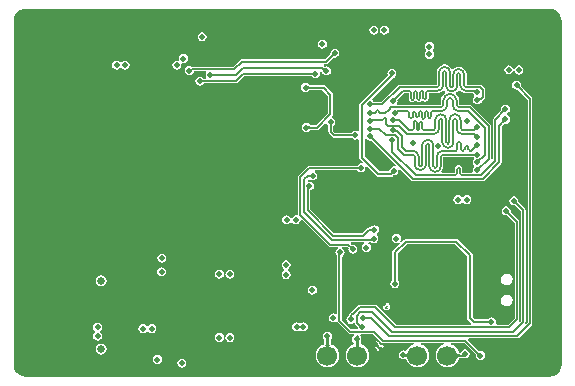
<source format=gbl>
G04*
G04 #@! TF.GenerationSoftware,Altium Limited,Altium Designer,21.3.2 (30)*
G04*
G04 Layer_Physical_Order=4*
G04 Layer_Color=16711680*
%FSLAX44Y44*%
%MOMM*%
G71*
G04*
G04 #@! TF.SameCoordinates,B628278F-7F55-4BD0-9F56-58D37DFBE93C*
G04*
G04*
G04 #@! TF.FilePolarity,Positive*
G04*
G01*
G75*
%ADD12C,0.2032*%
%ADD14C,0.2540*%
%ADD67C,0.1346*%
%ADD70C,0.1524*%
%ADD71O,3.3000X1.5000*%
%ADD72O,2.7000X1.5000*%
%ADD73O,2.1000X1.0000*%
%ADD74O,1.8000X1.0000*%
%ADD75C,0.6500*%
%ADD76C,0.5000*%
%ADD86C,1.7000*%
G36*
X418739Y302142D02*
X421242Y301105D01*
X423391Y299456D01*
X425040Y297307D01*
X426076Y294805D01*
X426427Y292139D01*
X426423Y292120D01*
Y279420D01*
Y1290D01*
X426427Y1270D01*
X426076Y-1396D01*
X425040Y-3898D01*
X423391Y-6047D01*
X421242Y-7696D01*
X418739Y-8733D01*
X416074Y-9084D01*
X416054Y-9080D01*
X-27176D01*
X-27196Y-9084D01*
X-29862Y-8733D01*
X-32364Y-7696D01*
X-34513Y-6047D01*
X-36162Y-3898D01*
X-37198Y-1396D01*
X-37549Y1270D01*
X-37545Y1290D01*
Y292120D01*
X-37549Y292139D01*
X-37198Y294805D01*
X-36162Y297307D01*
X-34513Y299456D01*
X-32364Y301105D01*
X-29862Y302142D01*
X-27196Y302493D01*
X-27176Y302489D01*
X416054D01*
X416074Y302493D01*
X418739Y302142D01*
D02*
G37*
%LPC*%
G36*
X276354Y288343D02*
X274883Y288051D01*
X273636Y287218D01*
X272803Y285970D01*
X272510Y284500D01*
X272803Y283029D01*
X273636Y281782D01*
X274883Y280948D01*
X276354Y280656D01*
X277825Y280948D01*
X279072Y281782D01*
X279905Y283029D01*
X280198Y284500D01*
X279905Y285970D01*
X279072Y287218D01*
X277825Y288051D01*
X276354Y288343D01*
D02*
G37*
G36*
X267464D02*
X265993Y288051D01*
X264746Y287218D01*
X263913Y285970D01*
X263620Y284500D01*
X263913Y283029D01*
X264746Y281782D01*
X265993Y280948D01*
X267464Y280656D01*
X268935Y280948D01*
X270182Y281782D01*
X271015Y283029D01*
X271308Y284500D01*
X271015Y285970D01*
X270182Y287218D01*
X268935Y288051D01*
X267464Y288343D01*
D02*
G37*
G36*
X122046Y282686D02*
X120575Y282393D01*
X119328Y281560D01*
X118495Y280313D01*
X118202Y278842D01*
X118495Y277371D01*
X119328Y276124D01*
X120575Y275291D01*
X122046Y274998D01*
X123517Y275291D01*
X124764Y276124D01*
X125597Y277371D01*
X125890Y278842D01*
X125597Y280313D01*
X124764Y281560D01*
X123517Y282393D01*
X122046Y282686D01*
D02*
G37*
G36*
X223844Y276473D02*
X222373Y276181D01*
X221126Y275348D01*
X220293Y274100D01*
X220000Y272630D01*
X220293Y271159D01*
X221126Y269911D01*
X222373Y269078D01*
X223844Y268786D01*
X225315Y269078D01*
X226562Y269911D01*
X227395Y271159D01*
X227688Y272630D01*
X227395Y274100D01*
X226562Y275348D01*
X225315Y276181D01*
X223844Y276473D01*
D02*
G37*
G36*
X234271Y268678D02*
X232800Y268386D01*
X231553Y267552D01*
X230719Y266305D01*
X230427Y264834D01*
X230565Y264138D01*
X230518Y264011D01*
X226408Y259901D01*
X155704D01*
X154911Y259744D01*
X154239Y259295D01*
X154239Y259294D01*
X148496Y253551D01*
X113194D01*
X113194Y253551D01*
X113074Y253528D01*
X112725Y253761D01*
X111254Y254053D01*
X109783Y253761D01*
X108536Y252928D01*
X107703Y251681D01*
X107410Y250210D01*
X107703Y248739D01*
X108536Y247491D01*
X109783Y246658D01*
X111254Y246366D01*
X112725Y246658D01*
X113972Y247491D01*
X114805Y248739D01*
X114938Y249408D01*
X124982D01*
X125661Y248138D01*
X125483Y247871D01*
X125190Y246400D01*
X125483Y244929D01*
X125661Y244661D01*
X124982Y243391D01*
X123379D01*
X123257Y243447D01*
X122862Y244038D01*
X121615Y244871D01*
X120144Y245163D01*
X118673Y244871D01*
X117426Y244038D01*
X116593Y242791D01*
X116300Y241320D01*
X116593Y239849D01*
X117426Y238601D01*
X118673Y237768D01*
X120144Y237476D01*
X121615Y237768D01*
X122862Y238601D01*
X123257Y239192D01*
X123379Y239248D01*
X150624D01*
X150624Y239248D01*
X151417Y239405D01*
X152089Y239855D01*
X157832Y245598D01*
X214698D01*
X214821Y245542D01*
X215216Y244951D01*
X216463Y244118D01*
X217934Y243826D01*
X219405Y244118D01*
X220652Y244951D01*
X221485Y246199D01*
X221778Y247670D01*
X221485Y249140D01*
X222249Y249786D01*
X223510Y248957D01*
X223602Y248495D01*
X224435Y247248D01*
X225682Y246415D01*
X227153Y246122D01*
X228624Y246415D01*
X229871Y247248D01*
X230704Y248495D01*
X230997Y249966D01*
X230704Y251437D01*
X229871Y252684D01*
X228624Y253518D01*
X227153Y253810D01*
X225893Y253560D01*
X225853Y253615D01*
X225810Y253622D01*
X225217Y254215D01*
X224808Y254488D01*
X225059Y255758D01*
X227266D01*
X227266Y255758D01*
X228059Y255916D01*
X228731Y256365D01*
X233448Y261081D01*
X233574Y261129D01*
X234271Y260990D01*
X235742Y261283D01*
X236989Y262116D01*
X237822Y263363D01*
X238114Y264834D01*
X237822Y266305D01*
X236989Y267552D01*
X235742Y268386D01*
X234271Y268678D01*
D02*
G37*
G36*
X314454Y274373D02*
X312983Y274081D01*
X311736Y273248D01*
X310903Y272001D01*
X310610Y270530D01*
X310903Y269059D01*
X311736Y267812D01*
Y266607D01*
X310903Y265361D01*
X310610Y263890D01*
X310903Y262419D01*
X311736Y261171D01*
X312983Y260338D01*
X314454Y260046D01*
X315925Y260338D01*
X317172Y261171D01*
X318005Y262419D01*
X318298Y263890D01*
X318005Y265361D01*
X317172Y266607D01*
Y267812D01*
X318005Y269059D01*
X318298Y270530D01*
X318005Y272001D01*
X317172Y273248D01*
X315925Y274081D01*
X314454Y274373D01*
D02*
G37*
G36*
X106174Y264213D02*
X104703Y263921D01*
X103456Y263088D01*
X102623Y261840D01*
X102330Y260370D01*
X102515Y259438D01*
X102515Y259437D01*
X101518Y258440D01*
X101517Y258440D01*
X100586Y258625D01*
X99115Y258333D01*
X97868Y257500D01*
X97035Y256252D01*
X96742Y254782D01*
X97035Y253311D01*
X97868Y252064D01*
X99115Y251230D01*
X100586Y250938D01*
X102057Y251230D01*
X103304Y252064D01*
X104137Y253311D01*
X104430Y254782D01*
X104244Y255713D01*
X104245Y255714D01*
X105241Y256711D01*
X105242Y256711D01*
X106174Y256526D01*
X107645Y256818D01*
X108892Y257652D01*
X109725Y258899D01*
X110018Y260370D01*
X109725Y261840D01*
X108892Y263088D01*
X107645Y263921D01*
X106174Y264213D01*
D02*
G37*
G36*
X56827Y258703D02*
X55356Y258410D01*
X54109Y257577D01*
X53917Y257290D01*
X52390D01*
X52250Y257500D01*
X51003Y258333D01*
X49532Y258625D01*
X48061Y258333D01*
X46814Y257500D01*
X45981Y256252D01*
X45688Y254782D01*
X45981Y253311D01*
X46814Y252064D01*
X48061Y251230D01*
X49532Y250938D01*
X51003Y251230D01*
X52250Y252064D01*
X52442Y252351D01*
X53969D01*
X54109Y252141D01*
X55356Y251308D01*
X56827Y251015D01*
X58298Y251308D01*
X59545Y252141D01*
X60378Y253388D01*
X60671Y254859D01*
X60378Y256330D01*
X59545Y257577D01*
X58298Y258410D01*
X56827Y258703D01*
D02*
G37*
G36*
X381562Y254740D02*
X380091Y254448D01*
X378844Y253615D01*
X378011Y252368D01*
X377718Y250897D01*
X378011Y249426D01*
X378844Y248179D01*
X380091Y247345D01*
X381562Y247053D01*
X383033Y247345D01*
X384280Y248179D01*
X385113Y249426D01*
X385220Y249962D01*
X386515D01*
X386673Y249168D01*
X387506Y247922D01*
X388753Y247088D01*
X390224Y246796D01*
X391695Y247088D01*
X392942Y247922D01*
X393775Y249168D01*
X394068Y250639D01*
X393775Y252111D01*
X392942Y253358D01*
X391695Y254191D01*
X390224Y254483D01*
X388753Y254191D01*
X387506Y253358D01*
X386673Y252111D01*
X386566Y251574D01*
X385271D01*
X385113Y252368D01*
X384280Y253615D01*
X383033Y254448D01*
X381562Y254740D01*
D02*
G37*
G36*
X327104Y255350D02*
X327104Y255350D01*
X325408Y255126D01*
X323827Y254472D01*
X322470Y253430D01*
X321428Y252072D01*
X320773Y250492D01*
X320550Y248795D01*
X320568D01*
Y238354D01*
X289187D01*
X289187Y238354D01*
X288429Y238203D01*
X287786Y237773D01*
X273720Y223708D01*
X267423D01*
X267324Y223754D01*
X266862Y224445D01*
X266303Y224818D01*
X266071Y226383D01*
X266659Y226971D01*
X267165Y227728D01*
X267173Y227770D01*
X283410Y244007D01*
X283528Y244184D01*
X284175Y244312D01*
X285422Y245146D01*
X286255Y246393D01*
X286548Y247864D01*
X286255Y249335D01*
X285422Y250582D01*
X284175Y251415D01*
X282704Y251708D01*
X281233Y251415D01*
X279986Y250582D01*
X279153Y249335D01*
X278860Y247864D01*
X279153Y246393D01*
X279173Y246362D01*
X263363Y230553D01*
X262858Y229797D01*
X262850Y229754D01*
X255656Y222560D01*
X255151Y221804D01*
X254973Y220912D01*
Y199359D01*
X253703Y198680D01*
X253254Y198980D01*
X251783Y199272D01*
X250312Y198980D01*
X249065Y198147D01*
X248603Y197456D01*
X248504Y197410D01*
X234783D01*
X232858Y199335D01*
Y203313D01*
X232904Y203412D01*
X233595Y203874D01*
X234428Y205121D01*
X234721Y206592D01*
X234428Y208063D01*
X233595Y209310D01*
X232392Y210114D01*
X232217Y210258D01*
X231950Y211468D01*
X232282Y211800D01*
X232787Y212556D01*
X232965Y213448D01*
Y229890D01*
X232787Y230781D01*
X232282Y231538D01*
X226482Y237337D01*
X225726Y237843D01*
X224834Y238020D01*
X212713D01*
X212584Y238079D01*
X212548Y238080D01*
X212329Y238407D01*
X211082Y239241D01*
X209611Y239533D01*
X208140Y239241D01*
X206893Y238407D01*
X206060Y237160D01*
X205767Y235689D01*
X206060Y234218D01*
X206893Y232971D01*
X208140Y232138D01*
X209611Y231845D01*
X211082Y232138D01*
X212329Y232971D01*
X212548Y233299D01*
X212558Y233299D01*
X212695Y233359D01*
X223869D01*
X228303Y228924D01*
Y214414D01*
X218170Y204280D01*
X213416D01*
X213287Y204339D01*
X213250Y204341D01*
X213032Y204668D01*
X211785Y205501D01*
X210314Y205793D01*
X208843Y205501D01*
X207596Y204668D01*
X206763Y203421D01*
X206470Y201950D01*
X206763Y200479D01*
X207596Y199231D01*
X208843Y198398D01*
X210314Y198106D01*
X211785Y198398D01*
X213032Y199231D01*
X213251Y199559D01*
X213261Y199559D01*
X213398Y199619D01*
X219135D01*
X220027Y199796D01*
X220783Y200301D01*
X226001Y205519D01*
X227211Y205252D01*
X227355Y205077D01*
X228159Y203874D01*
X228850Y203412D01*
X228896Y203313D01*
Y198514D01*
X228896Y198514D01*
X229046Y197756D01*
X229476Y197113D01*
X232562Y194028D01*
X233204Y193598D01*
X233962Y193447D01*
X233963Y193447D01*
X248504D01*
X248603Y193402D01*
X249065Y192711D01*
X250312Y191877D01*
X251783Y191585D01*
X253254Y191877D01*
X253703Y192178D01*
X254973Y191499D01*
Y176550D01*
X255151Y175658D01*
X255656Y174902D01*
X258006Y172551D01*
X257381Y171380D01*
X256295Y171596D01*
X254824Y171304D01*
X253577Y170471D01*
X253115Y169779D01*
X253015Y169734D01*
X223107D01*
X223107Y169734D01*
X222639Y169641D01*
X212854D01*
X212096Y169490D01*
X211453Y169060D01*
X203833Y161441D01*
X203403Y160798D01*
X203253Y160040D01*
X203253Y160039D01*
Y128674D01*
X202547Y127877D01*
X202093Y127611D01*
X201533Y127722D01*
X200062Y127430D01*
X198815Y126596D01*
X198258Y125763D01*
X198193Y125739D01*
X196912D01*
X196847Y125763D01*
X196290Y126596D01*
X195043Y127430D01*
X193572Y127722D01*
X192101Y127430D01*
X190854Y126596D01*
X190021Y125349D01*
X189728Y123878D01*
X190021Y122407D01*
X190854Y121160D01*
X192101Y120327D01*
X193572Y120035D01*
X195043Y120327D01*
X196290Y121160D01*
X196847Y121994D01*
X196912Y122017D01*
X198193D01*
X198258Y121994D01*
X198815Y121160D01*
X200062Y120327D01*
X201533Y120035D01*
X203004Y120327D01*
X204251Y121160D01*
X205084Y122407D01*
X205322Y123603D01*
X206112Y124012D01*
X206618Y124104D01*
X229233Y101489D01*
X229233Y101489D01*
X229876Y101059D01*
X230634Y100908D01*
X230634Y100908D01*
X236807D01*
X236876Y100732D01*
X237018Y99638D01*
X235998Y98957D01*
X235165Y97710D01*
X234872Y96239D01*
X235165Y94768D01*
X235998Y93521D01*
X236273Y93337D01*
Y44755D01*
X235003Y44076D01*
X234483Y44423D01*
X233012Y44716D01*
X231541Y44423D01*
X230294Y43590D01*
X229461Y42343D01*
X229168Y40872D01*
X229461Y39401D01*
X230294Y38154D01*
X231541Y37321D01*
X233012Y37028D01*
X234483Y37321D01*
X235130Y37753D01*
X236214Y37757D01*
X236679Y37377D01*
X236853Y37115D01*
X246140Y27829D01*
X246140Y27829D01*
X246783Y27399D01*
X247541Y27248D01*
X250250D01*
X250315Y27168D01*
X250676Y25978D01*
X250106Y25598D01*
X249273Y24351D01*
X248980Y22880D01*
X249273Y21409D01*
X250106Y20161D01*
X250904Y19628D01*
Y18412D01*
X248567Y17444D01*
X246526Y15878D01*
X244960Y13837D01*
X243975Y11460D01*
X243640Y8910D01*
X243975Y6359D01*
X244960Y3982D01*
X246526Y1942D01*
X248567Y375D01*
X250943Y-609D01*
X253494Y-945D01*
X256044Y-609D01*
X258421Y375D01*
X260462Y1942D01*
X262028Y3982D01*
X263012Y6359D01*
X263348Y8910D01*
X263012Y11460D01*
X262028Y13837D01*
X260462Y15878D01*
X258421Y17444D01*
X256084Y18412D01*
Y20972D01*
X256375Y21409D01*
X256668Y22880D01*
X256375Y24351D01*
X256084Y24787D01*
Y25420D01*
X255972Y25978D01*
X256738Y27248D01*
X266643D01*
X273683Y20209D01*
X274326Y19779D01*
X275084Y19628D01*
X301476D01*
X301743Y18428D01*
X299367Y17444D01*
X297326Y15878D01*
X295760Y13837D01*
X295531Y13285D01*
X293959Y12808D01*
X293744Y12952D01*
X292274Y13244D01*
X290802Y12952D01*
X289555Y12119D01*
X288722Y10871D01*
X288430Y9400D01*
X288722Y7929D01*
X289555Y6682D01*
X290802Y5849D01*
X292274Y5557D01*
X293744Y5849D01*
X295213Y5303D01*
X295760Y3982D01*
X297326Y1942D01*
X299367Y375D01*
X301743Y-609D01*
X304294Y-945D01*
X306844Y-609D01*
X309221Y375D01*
X311262Y1942D01*
X312828Y3982D01*
X313812Y6359D01*
X314148Y8910D01*
X313812Y11460D01*
X312828Y13837D01*
X311262Y15878D01*
X309221Y17444D01*
X306844Y18428D01*
X307112Y19628D01*
X326876D01*
X327143Y18428D01*
X324767Y17444D01*
X322726Y15878D01*
X321160Y13837D01*
X320175Y11460D01*
X319840Y8910D01*
X320175Y6359D01*
X321160Y3982D01*
X322726Y1942D01*
X324767Y375D01*
X327143Y-609D01*
X329694Y-945D01*
X332244Y-609D01*
X334621Y375D01*
X336662Y1942D01*
X338228Y3982D01*
X339212Y6359D01*
X339217Y6393D01*
X339217Y6394D01*
X339286Y6420D01*
X339425Y6456D01*
X339620Y6488D01*
X339868Y6510D01*
X340202Y6519D01*
X340335Y6579D01*
X342715D01*
X343456Y6726D01*
X344667Y6485D01*
X346138Y6778D01*
X347385Y7611D01*
X348218Y8858D01*
X348511Y10329D01*
X348218Y11800D01*
X347385Y13047D01*
X346138Y13880D01*
X344667Y14173D01*
X343196Y13880D01*
X341949Y13047D01*
X341116Y11800D01*
X340432Y11425D01*
X340285Y11429D01*
X339081Y11778D01*
X338228Y13837D01*
X336662Y15878D01*
X334621Y17444D01*
X332244Y18428D01*
X332512Y19628D01*
X344113D01*
X353914Y9827D01*
X353952Y9725D01*
X353790Y8910D01*
X354083Y7439D01*
X354916Y6191D01*
X356163Y5358D01*
X357634Y5066D01*
X359105Y5358D01*
X360352Y6191D01*
X361185Y7439D01*
X361478Y8910D01*
X361185Y10381D01*
X360352Y11628D01*
X359105Y12461D01*
X357634Y12753D01*
X356819Y12591D01*
X356716Y12629D01*
X347177Y22168D01*
X347703Y23438D01*
X388776D01*
X388776Y23438D01*
X389535Y23589D01*
X390177Y24019D01*
X400866Y34707D01*
X400866Y34707D01*
X401295Y35350D01*
X401446Y36108D01*
X401446Y36108D01*
Y226469D01*
X401446Y226469D01*
X401295Y227227D01*
X400866Y227870D01*
X391873Y236863D01*
X391835Y236966D01*
X391997Y237781D01*
X391704Y239252D01*
X390871Y240499D01*
X389624Y241332D01*
X388153Y241625D01*
X386682Y241332D01*
X385435Y240499D01*
X384602Y239252D01*
X384309Y237781D01*
X384602Y236310D01*
X385435Y235063D01*
X386682Y234230D01*
X388153Y233937D01*
X388968Y234099D01*
X389071Y234061D01*
X397484Y225648D01*
Y36929D01*
X396494Y35939D01*
X395508Y36748D01*
X395633Y36937D01*
X395784Y37695D01*
X395784Y37695D01*
Y132058D01*
X395633Y132816D01*
X395204Y133459D01*
X395204Y133459D01*
X389649Y139014D01*
X389611Y139117D01*
X389773Y139932D01*
X389480Y141403D01*
X388647Y142650D01*
X387400Y143483D01*
X385929Y143776D01*
X384458Y143483D01*
X383211Y142650D01*
X382378Y141403D01*
X382085Y139932D01*
X382378Y138461D01*
X383211Y137214D01*
X384458Y136381D01*
X385929Y136088D01*
X386744Y136250D01*
X386847Y136212D01*
X391822Y131237D01*
Y38516D01*
X390913Y37607D01*
X389927Y38417D01*
X390286Y38954D01*
X390437Y39713D01*
X390437Y39713D01*
Y122260D01*
X390437Y122260D01*
X390286Y123018D01*
X389857Y123661D01*
X389856Y123661D01*
X383023Y130495D01*
X382985Y130598D01*
X383147Y131413D01*
X382854Y132884D01*
X382021Y134131D01*
X380774Y134964D01*
X379303Y135257D01*
X377832Y134964D01*
X376585Y134131D01*
X375752Y132884D01*
X375459Y131413D01*
X375752Y129942D01*
X376585Y128695D01*
X377832Y127862D01*
X379303Y127569D01*
X380118Y127731D01*
X380221Y127693D01*
X386474Y121440D01*
Y40533D01*
X380962Y35021D01*
X371370D01*
X370609Y36291D01*
X370817Y37339D01*
X370524Y38809D01*
X369691Y40057D01*
X368444Y40890D01*
X366973Y41182D01*
X365502Y40890D01*
X364255Y40057D01*
X364036Y39729D01*
X364026Y39729D01*
X363889Y39669D01*
X353030D01*
X351075Y41625D01*
Y94000D01*
X350897Y94892D01*
X350392Y95648D01*
X338962Y107078D01*
X338206Y107583D01*
X337314Y107760D01*
X294257D01*
X293365Y107583D01*
X292609Y107078D01*
X290688Y105157D01*
X289702Y105967D01*
X290041Y106474D01*
X290334Y107945D01*
X290041Y109416D01*
X289208Y110663D01*
X287961Y111497D01*
X286490Y111789D01*
X285019Y111497D01*
X283772Y110663D01*
X282938Y109416D01*
X282646Y107945D01*
X282938Y106474D01*
X283772Y105227D01*
X285019Y104394D01*
X286490Y104101D01*
X287961Y104394D01*
X288468Y104733D01*
X289278Y103747D01*
X283596Y98065D01*
X283090Y97309D01*
X282913Y96417D01*
Y72972D01*
X282854Y72843D01*
X282853Y72806D01*
X282526Y72588D01*
X281693Y71340D01*
X281400Y69870D01*
X281693Y68399D01*
X282526Y67151D01*
X283773Y66318D01*
X285244Y66026D01*
X286715Y66318D01*
X287962Y67151D01*
X288795Y68399D01*
X289088Y69870D01*
X288795Y71340D01*
X287962Y72588D01*
X287635Y72806D01*
X287634Y72817D01*
X287575Y72954D01*
Y95451D01*
X295222Y103099D01*
X336348D01*
X346413Y93034D01*
Y40660D01*
X346590Y39768D01*
X347096Y39011D01*
X349817Y36291D01*
X349291Y35021D01*
X286064D01*
X269653Y51432D01*
X269011Y51861D01*
X268253Y52012D01*
X268252Y52012D01*
X255245D01*
X254487Y51861D01*
X253844Y51432D01*
X253844Y51432D01*
X249076Y46664D01*
X249076Y46664D01*
X246717Y44304D01*
X246287Y43662D01*
X246137Y42903D01*
X246137Y42903D01*
Y42821D01*
X245156Y42166D01*
X244323Y40919D01*
X244031Y39448D01*
X244323Y37977D01*
X245156Y36730D01*
X246404Y35897D01*
X247875Y35604D01*
X249345Y35897D01*
X249849Y36234D01*
X251145Y36049D01*
X251335Y35815D01*
X251612Y35401D01*
X253738Y33275D01*
X253717Y33165D01*
X253853Y32481D01*
X252921Y31211D01*
X248361D01*
X240235Y39337D01*
Y92720D01*
X241434Y93521D01*
X242267Y94768D01*
X242560Y96239D01*
X242267Y97710D01*
X241434Y98957D01*
X240414Y99638D01*
X240556Y100732D01*
X240625Y100908D01*
X245053D01*
X245964Y99997D01*
X246002Y99895D01*
X245840Y99080D01*
X246133Y97609D01*
X246966Y96362D01*
X248213Y95528D01*
X249684Y95236D01*
X251155Y95528D01*
X252402Y96362D01*
X253235Y97609D01*
X253528Y99080D01*
X253235Y100550D01*
X252402Y101798D01*
X251155Y102631D01*
X249684Y102923D01*
X248869Y102761D01*
X248766Y102799D01*
X247842Y103724D01*
X248368Y104994D01*
X259178D01*
X259241Y104835D01*
X259390Y103724D01*
X258372Y103043D01*
X257539Y101796D01*
X257246Y100325D01*
X257539Y98854D01*
X258372Y97607D01*
X259619Y96774D01*
X261090Y96482D01*
X262561Y96774D01*
X263808Y97607D01*
X264641Y98854D01*
X264934Y100325D01*
X264641Y101796D01*
X263808Y103043D01*
X262790Y103724D01*
X262939Y104835D01*
X263001Y104994D01*
X264361D01*
X264519Y104927D01*
X264807Y104925D01*
X265263Y104906D01*
X265993Y104418D01*
X267464Y104126D01*
X268935Y104418D01*
X270182Y105252D01*
X271015Y106499D01*
X271308Y107970D01*
X271015Y109440D01*
X270182Y110688D01*
X269961Y110835D01*
X269980Y112350D01*
X270556Y112735D01*
X271390Y113982D01*
X271682Y115453D01*
X271390Y116924D01*
X270556Y118171D01*
X269309Y119004D01*
X267838Y119297D01*
X266367Y119004D01*
X265120Y118171D01*
X264659Y117480D01*
X264559Y117434D01*
X263517D01*
X263517Y117434D01*
X262759Y117283D01*
X262117Y116854D01*
X262116Y116854D01*
X257753Y112491D01*
X233995D01*
X213612Y132874D01*
Y148726D01*
X214325Y148868D01*
X215572Y149701D01*
X216405Y150949D01*
X216698Y152420D01*
X216405Y153890D01*
X215572Y155138D01*
X214325Y155971D01*
X212854Y156263D01*
X212297Y156153D01*
X211117Y156993D01*
X211114Y157030D01*
X212196Y158250D01*
X212781Y158272D01*
X214028Y157439D01*
X215499Y157147D01*
X216970Y157439D01*
X218217Y158272D01*
X219050Y159520D01*
X219343Y160991D01*
X219050Y162461D01*
X218217Y163708D01*
X217170Y164408D01*
X217239Y165286D01*
X217381Y165678D01*
X223014D01*
X223014Y165678D01*
X223482Y165771D01*
X253015D01*
X253115Y165726D01*
X253577Y165035D01*
X254824Y164201D01*
X256295Y163909D01*
X257766Y164201D01*
X259013Y165035D01*
X259846Y166282D01*
X260138Y167753D01*
X259922Y168839D01*
X261093Y169464D01*
X269626Y160931D01*
X270382Y160426D01*
X271274Y160249D01*
X281569D01*
X282461Y160426D01*
X283217Y160931D01*
X283771Y161486D01*
X283904Y161535D01*
X283931Y161560D01*
X284317Y161483D01*
X285788Y161776D01*
X287034Y162609D01*
X287868Y163856D01*
X288160Y165327D01*
X288004Y166115D01*
X289174Y166740D01*
X298943Y156971D01*
X298943Y156971D01*
X299586Y156542D01*
X300344Y156391D01*
X359474D01*
X359474Y156391D01*
X360232Y156542D01*
X360875Y156971D01*
X374917Y171013D01*
X374917Y171013D01*
X375346Y171656D01*
X375497Y172414D01*
Y202731D01*
X377896Y205130D01*
X377999Y205168D01*
X378814Y205006D01*
X380285Y205298D01*
X381532Y206131D01*
X382365Y207379D01*
X382658Y208850D01*
X382365Y210321D01*
X381532Y211568D01*
X380285Y212401D01*
X379826Y212492D01*
Y213787D01*
X380285Y213878D01*
X381532Y214711D01*
X382365Y215958D01*
X382658Y217430D01*
X382365Y218901D01*
X381532Y220147D01*
X380285Y220981D01*
X378814Y221273D01*
X377343Y220981D01*
X376096Y220147D01*
X375263Y218901D01*
X374970Y217430D01*
X375132Y216614D01*
X375094Y216512D01*
X368737Y210154D01*
X368307Y209512D01*
X368157Y208753D01*
X368157Y208753D01*
Y175429D01*
X368041Y175317D01*
X367580Y175394D01*
X367442Y175453D01*
X366803Y176093D01*
Y203055D01*
X366803Y203055D01*
X366652Y203813D01*
X366223Y204456D01*
X366223Y204456D01*
X350155Y220524D01*
X349513Y220953D01*
X348754Y221104D01*
X348754Y221104D01*
X339463D01*
X339435Y221171D01*
X339367Y221199D01*
Y225023D01*
X339392D01*
X339142Y226928D01*
X338406Y228703D01*
X337236Y230228D01*
X337156Y230289D01*
X337239Y231827D01*
X337995Y232407D01*
X338661Y233275D01*
X340017Y233399D01*
X340228Y233320D01*
X340501Y232963D01*
X341894Y231895D01*
X343516Y231223D01*
X345257Y230994D01*
Y231013D01*
X351532D01*
X351543Y230958D01*
X352376Y229711D01*
X352584Y229572D01*
Y228302D01*
X352376Y228163D01*
X351543Y226915D01*
X351250Y225445D01*
X351543Y223974D01*
X352376Y222726D01*
X353623Y221893D01*
X355094Y221601D01*
X356565Y221893D01*
X357812Y222726D01*
X358645Y223974D01*
X358717Y224334D01*
X359208Y224662D01*
X361233Y226687D01*
X361662Y227330D01*
X361813Y228088D01*
X361813Y228088D01*
Y234002D01*
X361813Y234002D01*
X361662Y234760D01*
X361233Y235403D01*
X361233Y235403D01*
X358862Y237773D01*
X358219Y238203D01*
X357461Y238354D01*
X357461Y238354D01*
X345892D01*
Y246946D01*
X345910D01*
X345686Y248643D01*
X345031Y250224D01*
X343990Y251581D01*
X342632Y252623D01*
X341051Y253278D01*
X340343Y253371D01*
X340311Y253375D01*
X340310Y253375D01*
X339355Y253501D01*
X339093D01*
D01*
X337397Y253278D01*
X335816Y252623D01*
X334582Y251676D01*
X333891Y251635D01*
X333185Y251728D01*
X333043Y252072D01*
X332001Y253430D01*
X330644Y254472D01*
X329063Y255126D01*
X327366Y255350D01*
Y255350D01*
X327104D01*
D02*
G37*
G36*
X346204Y144833D02*
X344733Y144541D01*
X343486Y143708D01*
X343158Y143216D01*
X341630D01*
X341302Y143708D01*
X340055Y144541D01*
X338584Y144833D01*
X337113Y144541D01*
X335866Y143708D01*
X335033Y142460D01*
X334740Y140990D01*
X335033Y139519D01*
X335866Y138272D01*
X337113Y137438D01*
X338584Y137146D01*
X340055Y137438D01*
X341302Y138272D01*
X341630Y138763D01*
X343158D01*
X343486Y138272D01*
X344733Y137438D01*
X346204Y137146D01*
X347675Y137438D01*
X348922Y138272D01*
X349755Y139519D01*
X350048Y140990D01*
X349755Y142460D01*
X348922Y143708D01*
X347675Y144541D01*
X346204Y144833D01*
D02*
G37*
G36*
X87873Y95182D02*
X86402Y94889D01*
X85155Y94056D01*
X84321Y92809D01*
X84029Y91338D01*
X84321Y89867D01*
X85155Y88620D01*
X86402Y87786D01*
X87873Y87494D01*
X89344Y87786D01*
X90591Y88620D01*
X91424Y89867D01*
X91717Y91338D01*
X91424Y92809D01*
X90591Y94056D01*
X89344Y94889D01*
X87873Y95182D01*
D02*
G37*
G36*
X87695Y83703D02*
X86224Y83411D01*
X84977Y82578D01*
X84143Y81331D01*
X83851Y79860D01*
X84143Y78389D01*
X84977Y77142D01*
X86224Y76308D01*
X87695Y76016D01*
X89166Y76308D01*
X90413Y77142D01*
X91246Y78389D01*
X91539Y79860D01*
X91246Y81331D01*
X90413Y82578D01*
X89166Y83411D01*
X87695Y83703D01*
D02*
G37*
G36*
X145544Y81573D02*
X144073Y81281D01*
X142826Y80448D01*
X141993Y79201D01*
X141700Y77730D01*
X141993Y76259D01*
X142826Y75012D01*
X144073Y74178D01*
X145544Y73886D01*
X147015Y74178D01*
X148262Y75012D01*
X149095Y76259D01*
X149388Y77730D01*
X149095Y79201D01*
X148262Y80448D01*
X147015Y81281D01*
X145544Y81573D01*
D02*
G37*
G36*
X136654D02*
X135183Y81281D01*
X133936Y80448D01*
X133103Y79201D01*
X132810Y77730D01*
X133103Y76259D01*
X133936Y75012D01*
X135183Y74178D01*
X136654Y73886D01*
X138125Y74178D01*
X139372Y75012D01*
X140205Y76259D01*
X140498Y77730D01*
X140205Y79201D01*
X139372Y80448D01*
X138125Y81281D01*
X136654Y81573D01*
D02*
G37*
G36*
X193105Y89653D02*
X191634Y89360D01*
X190387Y88527D01*
X189554Y87280D01*
X189261Y85809D01*
X189554Y84338D01*
X190387Y83091D01*
X191634Y82257D01*
X191703Y82244D01*
Y80949D01*
X191634Y80935D01*
X190387Y80102D01*
X189554Y78855D01*
X189261Y77384D01*
X189554Y75913D01*
X190387Y74666D01*
X191634Y73833D01*
X193105Y73540D01*
X194576Y73833D01*
X195823Y74666D01*
X196656Y75913D01*
X196949Y77384D01*
X196656Y78855D01*
X195823Y80102D01*
X194576Y80935D01*
X194506Y80949D01*
Y82244D01*
X194576Y82257D01*
X195823Y83091D01*
X196656Y84338D01*
X196949Y85809D01*
X196656Y87280D01*
X195823Y88527D01*
X194576Y89360D01*
X193105Y89653D01*
D02*
G37*
G36*
X379899Y78270D02*
X378016Y77896D01*
X376419Y76829D01*
X375353Y75233D01*
X374978Y73350D01*
X375353Y71467D01*
X376419Y69870D01*
X378016Y68804D01*
X379899Y68429D01*
X381782Y68804D01*
X383378Y69870D01*
X384445Y71467D01*
X384819Y73350D01*
X384445Y75233D01*
X383378Y76829D01*
X381782Y77896D01*
X379899Y78270D01*
D02*
G37*
G36*
X36499Y76708D02*
X34735Y76357D01*
X33240Y75358D01*
X32241Y73863D01*
X31891Y72099D01*
X32241Y70336D01*
X33240Y68841D01*
X34735Y67842D01*
X36499Y67491D01*
X38263Y67842D01*
X39758Y68841D01*
X40757Y70336D01*
X41108Y72099D01*
X40757Y73863D01*
X39758Y75358D01*
X38263Y76357D01*
X36499Y76708D01*
D02*
G37*
G36*
X215346Y68152D02*
X213875Y67860D01*
X212628Y67027D01*
X211794Y65780D01*
X211502Y64309D01*
X211794Y62838D01*
X212628Y61591D01*
X213875Y60757D01*
X215346Y60465D01*
X216817Y60757D01*
X218064Y61591D01*
X218897Y62838D01*
X219189Y64309D01*
X218897Y65780D01*
X218064Y67027D01*
X216817Y67860D01*
X215346Y68152D01*
D02*
G37*
G36*
X379899Y60490D02*
X378016Y60116D01*
X376419Y59049D01*
X375353Y57453D01*
X374978Y55570D01*
X375353Y53687D01*
X376419Y52090D01*
X378016Y51024D01*
X379899Y50649D01*
X381782Y51024D01*
X383378Y52090D01*
X384445Y53687D01*
X384819Y55570D01*
X384445Y57453D01*
X383378Y59049D01*
X381782Y60116D01*
X379899Y60490D01*
D02*
G37*
G36*
X278894Y53150D02*
X278002Y52973D01*
X277246Y52468D01*
X275976Y51198D01*
X275471Y50441D01*
X275293Y49550D01*
X275471Y48658D01*
X275976Y47902D01*
X276732Y47396D01*
X277624Y47219D01*
X278894D01*
X279786Y47396D01*
X280542Y47902D01*
X281047Y48658D01*
X281225Y49550D01*
X281098Y50185D01*
X281225Y50820D01*
X281047Y51712D01*
X280542Y52468D01*
X279786Y52973D01*
X278894Y53150D01*
D02*
G37*
G36*
X207675Y37139D02*
X206204Y36847D01*
X205815Y36587D01*
X204814Y36085D01*
X203813Y36587D01*
X203424Y36847D01*
X201953Y37139D01*
X200482Y36847D01*
X199235Y36014D01*
X198402Y34766D01*
X198109Y33295D01*
X198402Y31824D01*
X199235Y30577D01*
X200482Y29744D01*
X201953Y29452D01*
X203424Y29744D01*
X203813Y30004D01*
X204814Y30506D01*
X205815Y30004D01*
X206204Y29744D01*
X207675Y29452D01*
X209146Y29744D01*
X210393Y30577D01*
X211226Y31824D01*
X211519Y33295D01*
X211226Y34766D01*
X210393Y36014D01*
X209146Y36847D01*
X207675Y37139D01*
D02*
G37*
G36*
X79504Y35613D02*
X78033Y35321D01*
X76786Y34488D01*
X76458Y33996D01*
X74930D01*
X74602Y34488D01*
X73355Y35321D01*
X71884Y35613D01*
X70413Y35321D01*
X69166Y34488D01*
X68333Y33240D01*
X68040Y31770D01*
X68333Y30299D01*
X69166Y29051D01*
X70413Y28218D01*
X71884Y27926D01*
X73355Y28218D01*
X74602Y29051D01*
X74930Y29543D01*
X76458D01*
X76786Y29051D01*
X78033Y28218D01*
X79504Y27926D01*
X80975Y28218D01*
X82222Y29051D01*
X83055Y30299D01*
X83348Y31770D01*
X83055Y33240D01*
X82222Y34488D01*
X80975Y35321D01*
X79504Y35613D01*
D02*
G37*
G36*
X33501Y36637D02*
X32030Y36344D01*
X30783Y35511D01*
X29950Y34264D01*
X29657Y32793D01*
X29950Y31322D01*
X30783Y30075D01*
X31010Y29923D01*
Y28396D01*
X30703Y28191D01*
X29869Y26944D01*
X29577Y25473D01*
X29869Y24002D01*
X30703Y22755D01*
X31950Y21921D01*
X33421Y21629D01*
X34892Y21921D01*
X36139Y22755D01*
X36972Y24002D01*
X37264Y25473D01*
X36972Y26944D01*
X36139Y28191D01*
X35912Y28342D01*
Y29869D01*
X36219Y30075D01*
X37052Y31322D01*
X37345Y32793D01*
X37052Y34264D01*
X36219Y35511D01*
X34972Y36344D01*
X33501Y36637D01*
D02*
G37*
G36*
X145544Y27993D02*
X144073Y27701D01*
X142826Y26868D01*
X141993Y25621D01*
X141700Y24150D01*
X141993Y22679D01*
X142826Y21432D01*
X144073Y20598D01*
X145544Y20306D01*
X147015Y20598D01*
X148262Y21432D01*
X149095Y22679D01*
X149388Y24150D01*
X149095Y25621D01*
X148262Y26868D01*
X147015Y27701D01*
X145544Y27993D01*
D02*
G37*
G36*
X136654D02*
X135183Y27701D01*
X133936Y26868D01*
X133103Y25621D01*
X132810Y24150D01*
X133103Y22679D01*
X133936Y21432D01*
X135183Y20598D01*
X136654Y20306D01*
X138125Y20598D01*
X139372Y21432D01*
X140205Y22679D01*
X140498Y24150D01*
X140205Y25621D01*
X139372Y26868D01*
X138125Y27701D01*
X136654Y27993D01*
D02*
G37*
G36*
X36499Y18908D02*
X34735Y18557D01*
X33240Y17558D01*
X32241Y16063D01*
X31891Y14299D01*
X32241Y12536D01*
X33240Y11041D01*
X34735Y10042D01*
X36499Y9691D01*
X38263Y10042D01*
X39758Y11041D01*
X40757Y12536D01*
X41108Y14299D01*
X40757Y16063D01*
X39758Y17558D01*
X38263Y18557D01*
X36499Y18908D01*
D02*
G37*
G36*
X268734Y21400D02*
X267842Y21223D01*
X267086Y20718D01*
X266581Y19962D01*
X266403Y19070D01*
X266581Y18178D01*
X267086Y17421D01*
X267396Y17111D01*
X267379Y17070D01*
X267566Y16619D01*
X267723Y16160D01*
X267764Y16140D01*
X267782Y16098D01*
X267983Y16014D01*
X268231Y15911D01*
X268494Y15783D01*
X268509Y15773D01*
X268558Y15732D01*
X268584Y15723D01*
X268597Y15714D01*
X268623Y15709D01*
X268657Y15691D01*
X268714Y15654D01*
X268778Y15608D01*
X269002Y15416D01*
X269128Y15295D01*
X269267Y15241D01*
X269721Y14786D01*
X269773Y14650D01*
X270003Y14408D01*
X270163Y14216D01*
X270278Y14055D01*
X270351Y13932D01*
X270381Y13864D01*
X270379Y13838D01*
X270379Y13838D01*
X270379Y13838D01*
X270365Y13597D01*
X270246Y13309D01*
X270336Y13092D01*
X270323Y12857D01*
X270530Y12624D01*
X270649Y12337D01*
X270866Y12247D01*
X271022Y12071D01*
X271334Y12053D01*
X271621Y11934D01*
X271838Y12024D01*
X272073Y12011D01*
X272297Y12210D01*
X277246Y7261D01*
X278002Y6756D01*
X278894Y6579D01*
X279786Y6756D01*
X280542Y7261D01*
X281047Y8018D01*
X281225Y8910D01*
X281047Y9801D01*
X280542Y10558D01*
X275593Y15507D01*
X275793Y15731D01*
X275779Y15965D01*
X275869Y16183D01*
X275750Y16470D01*
X275732Y16781D01*
X275557Y16937D01*
X275467Y17155D01*
X275179Y17274D01*
X274946Y17481D01*
X274712Y17467D01*
X274495Y17557D01*
X274207Y17438D01*
X273966Y17424D01*
X273965Y17424D01*
X273965Y17424D01*
X273939Y17422D01*
X273872Y17453D01*
X273748Y17525D01*
X273587Y17641D01*
X273396Y17801D01*
X273154Y18030D01*
X273018Y18082D01*
X272575Y18524D01*
X272526Y18657D01*
X272272Y18930D01*
X272206Y19012D01*
X272149Y19089D01*
X272113Y19147D01*
X272094Y19181D01*
X272089Y19207D01*
X272080Y19220D01*
X272072Y19246D01*
X272030Y19295D01*
X272021Y19309D01*
X271892Y19572D01*
X271706Y20022D01*
X271663Y20039D01*
X271643Y20080D01*
X271184Y20238D01*
X270734Y20424D01*
X270693Y20407D01*
X270382Y20718D01*
X269626Y21223D01*
X268734Y21400D01*
D02*
G37*
G36*
X84097Y9367D02*
X82626Y9075D01*
X81379Y8242D01*
X80546Y6995D01*
X80253Y5524D01*
X80546Y4053D01*
X81379Y2806D01*
X82626Y1972D01*
X84097Y1680D01*
X85568Y1972D01*
X86815Y2806D01*
X87648Y4053D01*
X87941Y5524D01*
X87648Y6995D01*
X86815Y8242D01*
X85568Y9075D01*
X84097Y9367D01*
D02*
G37*
G36*
X228094Y29263D02*
X226623Y28971D01*
X225376Y28138D01*
X224543Y26890D01*
X224250Y25420D01*
X224543Y23949D01*
X225376Y22701D01*
X225458Y22647D01*
X225504Y22536D01*
Y20013D01*
X225450Y19892D01*
X225438Y19468D01*
X225408Y19135D01*
X225363Y18861D01*
X225308Y18647D01*
X225251Y18495D01*
X225201Y18402D01*
X225168Y18358D01*
X225155Y18345D01*
X225152Y18342D01*
X225028Y18291D01*
X224897Y18160D01*
X223167Y17444D01*
X221126Y15878D01*
X219560Y13837D01*
X218575Y11460D01*
X218240Y8910D01*
X218575Y6359D01*
X219560Y3982D01*
X221126Y1942D01*
X223167Y375D01*
X225543Y-609D01*
X228094Y-945D01*
X230644Y-609D01*
X233021Y375D01*
X235062Y1942D01*
X236628Y3982D01*
X237612Y6359D01*
X237948Y8910D01*
X237612Y11460D01*
X236628Y13837D01*
X235062Y15878D01*
X233021Y17444D01*
X231291Y18160D01*
X231160Y18291D01*
X231036Y18342D01*
X231033Y18345D01*
X231019Y18358D01*
X230986Y18402D01*
X230937Y18495D01*
X230880Y18647D01*
X230825Y18861D01*
X230779Y19135D01*
X230750Y19468D01*
X230738Y19892D01*
X230684Y20013D01*
Y22530D01*
X230735Y22650D01*
X230812Y22701D01*
X231645Y23949D01*
X231938Y25420D01*
X231645Y26890D01*
X230812Y28138D01*
X229565Y28971D01*
X228094Y29263D01*
D02*
G37*
G36*
X104888Y6403D02*
X103417Y6111D01*
X102170Y5278D01*
X101336Y4031D01*
X101044Y2560D01*
X101336Y1089D01*
X102170Y-159D01*
X103417Y-992D01*
X104888Y-1284D01*
X106359Y-992D01*
X107606Y-159D01*
X108439Y1089D01*
X108731Y2560D01*
X108439Y4031D01*
X107606Y5278D01*
X106359Y6111D01*
X104888Y6403D01*
D02*
G37*
%LPD*%
G36*
X234251Y262834D02*
X234074Y262829D01*
X233901Y262809D01*
X233732Y262776D01*
X233566Y262728D01*
X233405Y262665D01*
X233247Y262589D01*
X233093Y262498D01*
X232943Y262392D01*
X232796Y262273D01*
X232653Y262139D01*
X231576Y263217D01*
X231709Y263360D01*
X231829Y263506D01*
X231934Y263656D01*
X232025Y263810D01*
X232101Y263968D01*
X232164Y264130D01*
X232212Y264295D01*
X232246Y264464D01*
X232265Y264638D01*
X232271Y264814D01*
X234251Y262834D01*
D02*
G37*
G36*
X225285Y252305D02*
X225433Y252188D01*
X225583Y252090D01*
X225735Y252009D01*
X225890Y251947D01*
X226047Y251904D01*
X226206Y251879D01*
X226367Y251872D01*
X226531Y251884D01*
X226697Y251914D01*
X225197Y249549D01*
X225155Y249720D01*
X225103Y249887D01*
X225041Y250051D01*
X224969Y250211D01*
X224887Y250368D01*
X224795Y250521D01*
X224692Y250671D01*
X224580Y250817D01*
X224457Y250960D01*
X224325Y251099D01*
X225139Y252440D01*
X225285Y252305D01*
D02*
G37*
G36*
X216506Y246270D02*
X216377Y246391D01*
X216241Y246499D01*
X216097Y246595D01*
X215946Y246678D01*
X215788Y246748D01*
X215622Y246805D01*
X215449Y246850D01*
X215268Y246882D01*
X215080Y246901D01*
X214885Y246908D01*
Y248432D01*
X215080Y248438D01*
X215268Y248457D01*
X215449Y248489D01*
X215622Y248534D01*
X215788Y248591D01*
X215946Y248661D01*
X216097Y248744D01*
X216241Y248840D01*
X216377Y248948D01*
X216506Y249070D01*
Y246270D01*
D02*
G37*
G36*
X130591Y247678D02*
X130727Y247570D01*
X130871Y247474D01*
X131022Y247391D01*
X131180Y247321D01*
X131346Y247264D01*
X131519Y247219D01*
X131700Y247187D01*
X131888Y247168D01*
X132083Y247162D01*
Y245638D01*
X131888Y245631D01*
X131700Y245612D01*
X131519Y245580D01*
X131346Y245536D01*
X131180Y245478D01*
X131022Y245408D01*
X130871Y245325D01*
X130727Y245229D01*
X130591Y245121D01*
X130462Y245000D01*
Y247800D01*
X130591Y247678D01*
D02*
G37*
G36*
X121701Y242598D02*
X121837Y242490D01*
X121981Y242394D01*
X122132Y242311D01*
X122290Y242241D01*
X122456Y242184D01*
X122629Y242139D01*
X122810Y242107D01*
X122998Y242088D01*
X123193Y242082D01*
Y240558D01*
X122998Y240551D01*
X122810Y240532D01*
X122629Y240500D01*
X122456Y240455D01*
X122290Y240398D01*
X122132Y240328D01*
X121981Y240245D01*
X121837Y240149D01*
X121701Y240041D01*
X121572Y239920D01*
Y242720D01*
X121701Y242598D01*
D02*
G37*
G36*
X390158Y237561D02*
X390176Y237368D01*
X390208Y237182D01*
X390253Y237003D01*
X390312Y236831D01*
X390384Y236666D01*
X390470Y236508D01*
X390570Y236357D01*
X390683Y236213D01*
X390809Y236076D01*
X389857Y235124D01*
X389721Y235251D01*
X389577Y235364D01*
X389426Y235464D01*
X389268Y235549D01*
X389103Y235622D01*
X388931Y235681D01*
X388752Y235726D01*
X388566Y235758D01*
X388373Y235776D01*
X388173Y235781D01*
X390153Y237761D01*
X390158Y237561D01*
D02*
G37*
G36*
X211122Y237016D02*
X211220Y236951D01*
X211332Y236894D01*
X211459Y236844D01*
X211601Y236801D01*
X211758Y236767D01*
X211930Y236740D01*
X212116Y236721D01*
X212534Y236705D01*
Y234673D01*
X212318Y234670D01*
X211930Y234639D01*
X211758Y234612D01*
X211601Y234577D01*
X211459Y234535D01*
X211332Y234485D01*
X211220Y234428D01*
X211122Y234362D01*
X211040Y234289D01*
Y237089D01*
X211122Y237016D01*
D02*
G37*
G36*
X327349Y232955D02*
X327704Y232503D01*
X327479Y231067D01*
X326386Y230228D01*
X325216Y228703D01*
X324481Y226928D01*
X324230Y225023D01*
X324254D01*
Y221199D01*
X324187Y221171D01*
X324160Y221104D01*
X287341D01*
X286662Y222374D01*
X287115Y223052D01*
X287408Y224523D01*
X287246Y225338D01*
X287284Y225441D01*
X292856Y231013D01*
X296788D01*
Y226824D01*
X296765D01*
X297008Y225607D01*
X297697Y224575D01*
X298729Y223885D01*
X299947Y223643D01*
X300208D01*
D01*
X301426Y223885D01*
X301728Y224087D01*
X302694Y224479D01*
X303660Y224087D01*
X303962Y223885D01*
X305179Y223643D01*
X305441D01*
D01*
X306658Y223885D01*
X307691Y224575D01*
X308994Y224240D01*
X309194Y224106D01*
X310412Y223864D01*
X310673D01*
D01*
X311891Y224106D01*
X312923Y224795D01*
X313613Y225828D01*
X313855Y227045D01*
X313832D01*
Y231013D01*
X321203D01*
Y230994D01*
X322943Y231223D01*
X324565Y231895D01*
X325958Y232963D01*
X327349Y232955D01*
D02*
G37*
G36*
X286220Y226227D02*
X286094Y226091D01*
X285981Y225947D01*
X285881Y225796D01*
X285795Y225638D01*
X285723Y225473D01*
X285664Y225301D01*
X285619Y225122D01*
X285587Y224936D01*
X285569Y224743D01*
X285564Y224543D01*
X283584Y226523D01*
X283784Y226528D01*
X283977Y226546D01*
X284163Y226578D01*
X284342Y226623D01*
X284514Y226682D01*
X284679Y226754D01*
X284837Y226840D01*
X284988Y226940D01*
X285131Y227053D01*
X285268Y227180D01*
X286220Y226227D01*
D02*
G37*
G36*
X265717Y222989D02*
X265866Y222865D01*
X266020Y222756D01*
X266179Y222661D01*
X266342Y222582D01*
X266510Y222516D01*
X266682Y222465D01*
X266859Y222429D01*
X267041Y222407D01*
X267227Y222400D01*
Y221054D01*
X267041Y221046D01*
X266859Y221025D01*
X266682Y220988D01*
X266510Y220937D01*
X266342Y220872D01*
X266179Y220792D01*
X266020Y220697D01*
X265866Y220588D01*
X265717Y220465D01*
X265572Y220327D01*
Y223127D01*
X265717Y222989D01*
D02*
G37*
G36*
X378794Y215430D02*
X378594Y215425D01*
X378401Y215407D01*
X378215Y215375D01*
X378036Y215329D01*
X377864Y215271D01*
X377699Y215198D01*
X377541Y215112D01*
X377390Y215013D01*
X377247Y214900D01*
X377110Y214773D01*
X376158Y215725D01*
X376284Y215862D01*
X376397Y216006D01*
X376497Y216157D01*
X376583Y216315D01*
X376655Y216479D01*
X376714Y216651D01*
X376759Y216830D01*
X376791Y217016D01*
X376809Y217209D01*
X376814Y217409D01*
X378794Y215430D01*
D02*
G37*
G36*
X265717Y215334D02*
X265866Y215211D01*
X266020Y215102D01*
X266179Y215007D01*
X266342Y214927D01*
X266510Y214862D01*
X266682Y214811D01*
X266859Y214775D01*
X267041Y214753D01*
X267227Y214746D01*
Y213399D01*
X267041Y213392D01*
X266859Y213370D01*
X266682Y213334D01*
X266510Y213283D01*
X266342Y213218D01*
X266179Y213138D01*
X266020Y213043D01*
X265866Y212934D01*
X265717Y212810D01*
X265572Y212672D01*
Y215472D01*
X265717Y215334D01*
D02*
G37*
G36*
X285214Y209551D02*
X285363Y209427D01*
X285517Y209318D01*
X285676Y209224D01*
X285839Y209144D01*
X286007Y209078D01*
X286179Y209028D01*
X286356Y208991D01*
X286538Y208969D01*
X286724Y208962D01*
Y207616D01*
X286538Y207609D01*
X286356Y207587D01*
X286179Y207550D01*
X286007Y207500D01*
X285839Y207434D01*
X285676Y207354D01*
X285517Y207260D01*
X285363Y207151D01*
X285214Y207027D01*
X285069Y206889D01*
Y209689D01*
X285214Y209551D01*
D02*
G37*
G36*
X265469Y209091D02*
X265641Y208989D01*
X265814Y208899D01*
X265988Y208820D01*
X266164Y208754D01*
X266340Y208700D01*
X266518Y208658D01*
X266696Y208628D01*
X266876Y208610D01*
X267057Y208604D01*
X267319Y207257D01*
X267129Y207250D01*
X266947Y207225D01*
X266774Y207185D01*
X266609Y207129D01*
X266453Y207056D01*
X266305Y206967D01*
X266166Y206862D01*
X266035Y206741D01*
X265913Y206604D01*
X265800Y206451D01*
X265298Y209206D01*
X265469Y209091D01*
D02*
G37*
G36*
X378794Y206850D02*
X378594Y206845D01*
X378401Y206827D01*
X378215Y206795D01*
X378036Y206749D01*
X377864Y206691D01*
X377699Y206618D01*
X377541Y206532D01*
X377390Y206433D01*
X377247Y206320D01*
X377110Y206193D01*
X376158Y207145D01*
X376284Y207282D01*
X376397Y207426D01*
X376497Y207577D01*
X376583Y207735D01*
X376655Y207900D01*
X376714Y208071D01*
X376759Y208251D01*
X376791Y208437D01*
X376809Y208629D01*
X376814Y208830D01*
X378794Y206850D01*
D02*
G37*
G36*
X232139Y205019D02*
X232015Y204869D01*
X231906Y204715D01*
X231812Y204557D01*
X231732Y204394D01*
X231666Y204226D01*
X231615Y204053D01*
X231579Y203876D01*
X231557Y203695D01*
X231550Y203508D01*
X230204D01*
X230196Y203695D01*
X230175Y203876D01*
X230138Y204053D01*
X230087Y204226D01*
X230022Y204394D01*
X229942Y204557D01*
X229848Y204715D01*
X229739Y204869D01*
X229615Y205019D01*
X229477Y205163D01*
X232277D01*
X232139Y205019D01*
D02*
G37*
G36*
X211825Y203277D02*
X211922Y203211D01*
X212035Y203154D01*
X212162Y203104D01*
X212304Y203062D01*
X212461Y203027D01*
X212633Y203000D01*
X212819Y202981D01*
X213237Y202966D01*
Y200934D01*
X213020Y200930D01*
X212633Y200899D01*
X212461Y200872D01*
X212304Y200837D01*
X212162Y200795D01*
X212035Y200745D01*
X211922Y200688D01*
X211825Y200623D01*
X211742Y200550D01*
Y203350D01*
X211825Y203277D01*
D02*
G37*
G36*
X355074Y200430D02*
X354874Y200425D01*
X354681Y200407D01*
X354495Y200375D01*
X354316Y200329D01*
X354144Y200271D01*
X353979Y200198D01*
X353821Y200112D01*
X353670Y200013D01*
X353526Y199900D01*
X353390Y199773D01*
X352438Y200725D01*
X352564Y200862D01*
X352677Y201006D01*
X352777Y201157D01*
X352863Y201315D01*
X352935Y201479D01*
X352994Y201651D01*
X353039Y201830D01*
X353071Y202016D01*
X353089Y202209D01*
X353094Y202409D01*
X355074Y200430D01*
D02*
G37*
G36*
X265717Y202334D02*
X265866Y202211D01*
X266020Y202102D01*
X266179Y202007D01*
X266342Y201927D01*
X266510Y201862D01*
X266682Y201811D01*
X266859Y201775D01*
X267041Y201753D01*
X267227Y201745D01*
Y200399D01*
X267041Y200392D01*
X266859Y200370D01*
X266682Y200334D01*
X266510Y200283D01*
X266342Y200217D01*
X266179Y200138D01*
X266020Y200043D01*
X265866Y199934D01*
X265717Y199811D01*
X265572Y199672D01*
Y202472D01*
X265717Y202334D01*
D02*
G37*
G36*
X250355Y194029D02*
X250210Y194167D01*
X250061Y194290D01*
X249907Y194399D01*
X249748Y194494D01*
X249585Y194574D01*
X249417Y194639D01*
X249244Y194690D01*
X249067Y194727D01*
X248886Y194748D01*
X248700Y194756D01*
Y196102D01*
X248886Y196109D01*
X249067Y196131D01*
X249244Y196167D01*
X249417Y196218D01*
X249585Y196283D01*
X249748Y196363D01*
X249907Y196458D01*
X250061Y196567D01*
X250210Y196691D01*
X250355Y196829D01*
Y194029D01*
D02*
G37*
G36*
X353526Y196379D02*
X353670Y196266D01*
X353821Y196167D01*
X353979Y196081D01*
X354144Y196008D01*
X354316Y195950D01*
X354495Y195904D01*
X354681Y195872D01*
X354874Y195854D01*
X355074Y195849D01*
X353094Y193870D01*
X353089Y194070D01*
X353071Y194263D01*
X353039Y194449D01*
X352994Y194628D01*
X352935Y194800D01*
X352863Y194965D01*
X352777Y195122D01*
X352677Y195273D01*
X352564Y195417D01*
X352438Y195554D01*
X353390Y196506D01*
X353526Y196379D01*
D02*
G37*
G36*
X266148Y194352D02*
X266167Y194159D01*
X266199Y193973D01*
X266244Y193794D01*
X266303Y193622D01*
X266375Y193458D01*
X266461Y193300D01*
X266560Y193149D01*
X266674Y193005D01*
X266800Y192868D01*
X265848Y191916D01*
X265711Y192043D01*
X265567Y192156D01*
X265417Y192255D01*
X265259Y192341D01*
X265094Y192414D01*
X264922Y192472D01*
X264743Y192518D01*
X264557Y192549D01*
X264364Y192568D01*
X264164Y192572D01*
X266144Y194552D01*
X266148Y194352D01*
D02*
G37*
G36*
X284365Y190083D02*
X284242Y189934D01*
X284133Y189780D01*
X284038Y189621D01*
X283958Y189458D01*
X283893Y189290D01*
X283842Y189118D01*
X283806Y188941D01*
X283784Y188759D01*
X283776Y188573D01*
X282430D01*
X282423Y188759D01*
X282401Y188941D01*
X282365Y189118D01*
X282314Y189290D01*
X282248Y189458D01*
X282169Y189621D01*
X282074Y189780D01*
X281965Y189934D01*
X281841Y190083D01*
X281703Y190228D01*
X284503D01*
X284365Y190083D01*
D02*
G37*
G36*
X355074Y185430D02*
X354874Y185425D01*
X354681Y185407D01*
X354495Y185375D01*
X354316Y185329D01*
X354144Y185271D01*
X353979Y185198D01*
X353821Y185112D01*
X353670Y185013D01*
X353526Y184900D01*
X353390Y184773D01*
X352438Y185725D01*
X352564Y185862D01*
X352677Y186006D01*
X352777Y186157D01*
X352863Y186315D01*
X352935Y186479D01*
X352994Y186651D01*
X353039Y186830D01*
X353071Y187016D01*
X353089Y187209D01*
X353094Y187409D01*
X355074Y185430D01*
D02*
G37*
G36*
X353666Y177450D02*
X353521Y177588D01*
X353371Y177711D01*
X353217Y177820D01*
X353059Y177915D01*
X352896Y177995D01*
X352728Y178060D01*
X352555Y178111D01*
X352378Y178147D01*
X352197Y178169D01*
X352011Y178176D01*
Y179523D01*
X352197Y179530D01*
X352378Y179552D01*
X352555Y179588D01*
X352728Y179639D01*
X352896Y179704D01*
X353059Y179784D01*
X353217Y179879D01*
X353371Y179988D01*
X353521Y180112D01*
X353666Y180250D01*
Y177450D01*
D02*
G37*
G36*
X261426Y191854D02*
X262673Y191021D01*
X264144Y190728D01*
X264959Y190891D01*
X265062Y190853D01*
X285730Y170185D01*
X285104Y169014D01*
X284317Y169171D01*
X282845Y168878D01*
X281598Y168045D01*
X280765Y166798D01*
X280473Y165327D01*
X279261Y164910D01*
X272239D01*
X259635Y177515D01*
Y192249D01*
X260905Y192634D01*
X261426Y191854D01*
D02*
G37*
G36*
X254866Y166353D02*
X254722Y166491D01*
X254572Y166614D01*
X254418Y166723D01*
X254259Y166818D01*
X254096Y166898D01*
X253929Y166963D01*
X253756Y167014D01*
X253579Y167050D01*
X253398Y167072D01*
X253211Y167080D01*
Y168426D01*
X253398Y168433D01*
X253579Y168455D01*
X253756Y168491D01*
X253929Y168542D01*
X254096Y168607D01*
X254259Y168687D01*
X254418Y168782D01*
X254572Y168891D01*
X254722Y169014D01*
X254866Y169153D01*
Y166353D01*
D02*
G37*
G36*
X351914Y176823D02*
X352125Y176507D01*
X352376Y175147D01*
X351543Y173900D01*
X351250Y172429D01*
X351543Y170958D01*
X352240Y169915D01*
X352376Y169031D01*
Y168479D01*
X352275Y168411D01*
X351442Y167164D01*
X351149Y165693D01*
X351287Y165002D01*
X350359Y163731D01*
X342425D01*
Y166875D01*
X342448D01*
X342206Y168092D01*
X341517Y169125D01*
X340484Y169814D01*
X339267Y170056D01*
X339005D01*
D01*
X337788Y169814D01*
X336756Y169125D01*
X336066Y168092D01*
X335824Y166875D01*
X335847D01*
Y163731D01*
X325272D01*
X324646Y165002D01*
X325182Y165701D01*
X325849Y167310D01*
X326076Y169036D01*
X326057D01*
Y176868D01*
X351815D01*
X351914Y176823D01*
D02*
G37*
G36*
X284296Y163327D02*
X284186Y163320D01*
X284071Y163298D01*
X283951Y163259D01*
X283826Y163204D01*
X283696Y163134D01*
X283560Y163047D01*
X283420Y162945D01*
X283274Y162826D01*
X282968Y162542D01*
X281531Y163979D01*
X281682Y164135D01*
X281934Y164431D01*
X282036Y164571D01*
X282123Y164706D01*
X282194Y164837D01*
X282248Y164962D01*
X282287Y165082D01*
X282310Y165197D01*
X282317Y165307D01*
X284296Y163327D01*
D02*
G37*
G36*
X214071Y159591D02*
X213926Y159729D01*
X213777Y159852D01*
X213623Y159961D01*
X213464Y160056D01*
X213301Y160136D01*
X213133Y160201D01*
X212961Y160252D01*
X212784Y160288D01*
X212602Y160310D01*
X212416Y160317D01*
Y161664D01*
X212602Y161671D01*
X212784Y161693D01*
X212961Y161729D01*
X213133Y161780D01*
X213301Y161845D01*
X213464Y161925D01*
X213623Y162020D01*
X213777Y162129D01*
X213926Y162252D01*
X214071Y162390D01*
Y159591D01*
D02*
G37*
G36*
X387934Y139712D02*
X387952Y139519D01*
X387984Y139333D01*
X388029Y139154D01*
X388088Y138982D01*
X388160Y138817D01*
X388246Y138659D01*
X388346Y138508D01*
X388459Y138364D01*
X388585Y138228D01*
X387633Y137276D01*
X387496Y137402D01*
X387353Y137515D01*
X387202Y137615D01*
X387044Y137701D01*
X386879Y137773D01*
X386707Y137832D01*
X386528Y137877D01*
X386342Y137909D01*
X386149Y137927D01*
X385949Y137932D01*
X387929Y139912D01*
X387934Y139712D01*
D02*
G37*
G36*
X381308Y131193D02*
X381326Y131000D01*
X381358Y130814D01*
X381403Y130635D01*
X381462Y130463D01*
X381534Y130298D01*
X381620Y130140D01*
X381720Y129989D01*
X381833Y129845D01*
X381959Y129709D01*
X381007Y128757D01*
X380871Y128883D01*
X380727Y128996D01*
X380576Y129096D01*
X380418Y129182D01*
X380253Y129254D01*
X380081Y129313D01*
X379902Y129358D01*
X379716Y129390D01*
X379523Y129408D01*
X379323Y129413D01*
X381303Y131393D01*
X381308Y131193D01*
D02*
G37*
G36*
X266410Y114053D02*
X266265Y114191D01*
X266116Y114315D01*
X265962Y114424D01*
X265803Y114518D01*
X265640Y114598D01*
X265472Y114664D01*
X265300Y114714D01*
X265123Y114751D01*
X264941Y114773D01*
X264755Y114780D01*
Y116126D01*
X264941Y116133D01*
X265123Y116155D01*
X265300Y116192D01*
X265472Y116243D01*
X265640Y116308D01*
X265803Y116388D01*
X265962Y116482D01*
X266116Y116591D01*
X266265Y116715D01*
X266410Y116853D01*
Y114053D01*
D02*
G37*
G36*
X266837Y106070D02*
X266688Y106114D01*
X266521Y106154D01*
X266131Y106218D01*
X265670Y106265D01*
X264841Y106299D01*
X264529Y106302D01*
X264290Y107648D01*
X264487Y107656D01*
X264667Y107681D01*
X264831Y107722D01*
X264979Y107780D01*
X265111Y107854D01*
X265227Y107945D01*
X265327Y108053D01*
X265410Y108176D01*
X265477Y108317D01*
X265529Y108474D01*
X266837Y106070D01*
D02*
G37*
G36*
X248116Y101609D02*
X248260Y101496D01*
X248411Y101397D01*
X248569Y101311D01*
X248734Y101238D01*
X248906Y101180D01*
X249085Y101134D01*
X249271Y101102D01*
X249464Y101084D01*
X249664Y101080D01*
X247684Y99100D01*
X247679Y99300D01*
X247661Y99493D01*
X247629Y99679D01*
X247584Y99858D01*
X247525Y100029D01*
X247453Y100194D01*
X247367Y100352D01*
X247267Y100503D01*
X247154Y100647D01*
X247028Y100784D01*
X247980Y101736D01*
X248116Y101609D01*
D02*
G37*
G36*
X286264Y72576D02*
X286294Y72188D01*
X286321Y72017D01*
X286356Y71860D01*
X286398Y71718D01*
X286448Y71590D01*
X286506Y71478D01*
X286571Y71381D01*
X286644Y71298D01*
X283844D01*
X283917Y71381D01*
X283982Y71478D01*
X284040Y71590D01*
X284090Y71718D01*
X284132Y71860D01*
X284167Y72017D01*
X284193Y72188D01*
X284212Y72375D01*
X284228Y72792D01*
X286260D01*
X286264Y72576D01*
D02*
G37*
G36*
X259918Y41733D02*
X260067Y41609D01*
X260221Y41500D01*
X260380Y41406D01*
X260543Y41326D01*
X260711Y41260D01*
X260883Y41209D01*
X261060Y41173D01*
X261242Y41151D01*
X261428Y41144D01*
Y39798D01*
X261242Y39790D01*
X261060Y39769D01*
X260883Y39732D01*
X260711Y39681D01*
X260543Y39616D01*
X260380Y39536D01*
X260221Y39441D01*
X260067Y39332D01*
X259918Y39209D01*
X259773Y39071D01*
Y41871D01*
X259918Y41733D01*
D02*
G37*
G36*
X365545Y35938D02*
X365462Y36011D01*
X365365Y36077D01*
X365252Y36134D01*
X365125Y36184D01*
X364983Y36226D01*
X364826Y36261D01*
X364655Y36288D01*
X364468Y36307D01*
X364050Y36323D01*
Y38354D01*
X364267Y38358D01*
X364655Y38389D01*
X364826Y38416D01*
X364983Y38451D01*
X365125Y38493D01*
X365252Y38543D01*
X365365Y38600D01*
X365462Y38665D01*
X365545Y38739D01*
Y35938D01*
D02*
G37*
G36*
X295985Y7117D02*
X295924Y7311D01*
X295827Y7485D01*
X295695Y7638D01*
X295529Y7771D01*
X295328Y7883D01*
X295091Y7975D01*
X294820Y8047D01*
X294514Y8098D01*
X294431Y8106D01*
X294244Y8091D01*
X294086Y8063D01*
X293943Y8030D01*
X293815Y7990D01*
X293701Y7945D01*
X293603Y7893D01*
X293519Y7836D01*
X293863Y10615D01*
X293938Y10530D01*
X294029Y10455D01*
X294136Y10388D01*
X294258Y10331D01*
X294396Y10282D01*
X294550Y10242D01*
X294650Y10223D01*
X294884Y10262D01*
X295160Y10332D01*
X295401Y10423D01*
X295609Y10534D01*
X295783Y10665D01*
X295923Y10816D01*
X296030Y10987D01*
X296103Y11179D01*
X295985Y7117D01*
D02*
G37*
G36*
X356066Y11439D02*
X356210Y11326D01*
X356361Y11227D01*
X356519Y11141D01*
X356684Y11068D01*
X356856Y11010D01*
X357035Y10964D01*
X357221Y10932D01*
X357414Y10914D01*
X357614Y10910D01*
X355634Y8929D01*
X355629Y9130D01*
X355611Y9323D01*
X355579Y9509D01*
X355534Y9688D01*
X355475Y9859D01*
X355403Y10024D01*
X355317Y10182D01*
X355217Y10333D01*
X355104Y10477D01*
X354978Y10614D01*
X355930Y11566D01*
X356066Y11439D01*
D02*
G37*
G36*
X338015Y10748D02*
X338116Y10576D01*
X338252Y10423D01*
X338422Y10291D01*
X338627Y10180D01*
X338866Y10088D01*
X339139Y10017D01*
X339447Y9966D01*
X339789Y9936D01*
X340165Y9926D01*
Y7894D01*
X339789Y7883D01*
X339447Y7853D01*
X339139Y7802D01*
X338866Y7731D01*
X338627Y7640D01*
X338422Y7528D01*
X338252Y7396D01*
X338116Y7243D01*
X338015Y7071D01*
X337948Y6878D01*
Y10942D01*
X338015Y10748D01*
D02*
G37*
G36*
X270741Y18939D02*
X270763Y18824D01*
X270802Y18704D01*
X270857Y18579D01*
X270927Y18449D01*
X271014Y18313D01*
X271116Y18173D01*
X271235Y18027D01*
X271519Y17721D01*
X270082Y16285D01*
X269927Y16435D01*
X269631Y16687D01*
X269490Y16790D01*
X269355Y16876D01*
X269224Y16947D01*
X269099Y17001D01*
X268979Y17040D01*
X268864Y17063D01*
X268754Y17070D01*
X270734Y19050D01*
X270741Y18939D01*
D02*
G37*
G36*
X272481Y16773D02*
X272745Y16553D01*
X272998Y16371D01*
X273242Y16228D01*
X273475Y16124D01*
X273699Y16058D01*
X273913Y16032D01*
X274117Y16043D01*
X274311Y16093D01*
X274495Y16183D01*
X271621Y13309D01*
X271710Y13493D01*
X271760Y13687D01*
X271772Y13891D01*
X271745Y14104D01*
X271679Y14328D01*
X271575Y14562D01*
X271432Y14805D01*
X271250Y15059D01*
X271030Y15322D01*
X270771Y15595D01*
X272208Y17032D01*
X272481Y16773D01*
D02*
G37*
G36*
X229469Y23955D02*
X229447Y23898D01*
X229428Y23819D01*
X229411Y23719D01*
X229385Y23456D01*
X229369Y23108D01*
X229364Y22675D01*
X226824D01*
X226823Y22902D01*
X226760Y23819D01*
X226741Y23898D01*
X226719Y23955D01*
X226694Y23991D01*
X229494D01*
X229469Y23955D01*
D02*
G37*
G36*
X229377Y19388D02*
X229415Y18961D01*
X229478Y18576D01*
X229567Y18232D01*
X229681Y17928D01*
X229821Y17665D01*
X229986Y17443D01*
X230177Y17262D01*
X230393Y17121D01*
X230634Y17021D01*
X225554D01*
X225795Y17121D01*
X226011Y17262D01*
X226202Y17443D01*
X226367Y17665D01*
X226506Y17928D01*
X226621Y18232D01*
X226710Y18576D01*
X226773Y18961D01*
X226811Y19388D01*
X226824Y19854D01*
X229364D01*
X229377Y19388D01*
D02*
G37*
D12*
X292519Y9155D02*
X304049D01*
X344135Y10329D02*
X344667D01*
X268734Y19070D02*
X278894Y8910D01*
X342715D02*
X344135Y10329D01*
X329694Y8910D02*
X342715D01*
X292274Y9400D02*
X292519Y9155D01*
X304049D02*
X304294Y8910D01*
X352065Y37339D02*
X366973D01*
X348744Y40660D02*
X352065Y37339D01*
X277624Y49550D02*
X278894Y50820D01*
X277624Y49550D02*
X278894D01*
X285244Y96417D02*
X294257Y105430D01*
X285244Y69870D02*
Y96417D01*
X294257Y105430D02*
X337314D01*
X271274Y162580D02*
X281569D01*
X284317Y165327D01*
X281761Y245655D02*
Y246389D01*
X265011Y228905D02*
X281761Y245655D01*
X265011Y228620D02*
Y228905D01*
X281761Y246389D02*
X282704Y247331D01*
Y247864D01*
X257304Y220912D02*
X265011Y228620D01*
X257304Y176550D02*
Y220912D01*
Y176550D02*
X271274Y162580D01*
X230634Y213448D02*
Y229890D01*
X210314Y201950D02*
X219135D01*
X230634Y213448D01*
X224834Y235689D02*
X230634Y229890D01*
X209611Y235689D02*
X224834D01*
X337314Y105430D02*
X348744Y94000D01*
Y40660D02*
Y94000D01*
D14*
X253494Y8910D02*
Y25420D01*
X228094Y8910D02*
X228094Y8910D01*
Y25420D01*
D67*
X347496Y183634D02*
G03*
X348901Y182228I1406J0D01*
G01*
X347496Y185221D02*
G03*
X346090Y186627I-1406J0D01*
G01*
X345777D02*
G03*
X344371Y185221I0J-1406D01*
G01*
X342966Y182228D02*
G03*
X344371Y183634I0J1406D01*
G01*
X341247D02*
G03*
X342653Y182228I1406J0D01*
G01*
X341247Y188454D02*
G03*
X339841Y189860I-1406J0D01*
G01*
X339529D02*
G03*
X338123Y188454I0J-1406D01*
G01*
X336717Y182228D02*
G03*
X338123Y183634I0J1406D01*
G01*
X340532Y237719D02*
G03*
X345257Y232994I4724J0D01*
G01*
X340532Y246946D02*
G03*
X339355Y248124I-1177J0D01*
G01*
X339093D02*
G03*
X337916Y246946I0J-1177D01*
G01*
X333360Y232486D02*
G03*
X337916Y237042I0J4555D01*
G01*
X328543D02*
G03*
X333099Y232486I4555J0D01*
G01*
X328543Y248795D02*
G03*
X327366Y249972I-1177J0D01*
G01*
X327104D02*
G03*
X325927Y248795I0J-1177D01*
G01*
X321203Y232994D02*
G03*
X325927Y237719I0J4724D01*
G01*
X343910D02*
G03*
X345257Y236373I1346J0D01*
G01*
X343910Y246946D02*
G03*
X339355Y251502I-4555J0D01*
G01*
X339093D02*
G03*
X334538Y246946I0J-4555D01*
G01*
X333360Y235865D02*
G03*
X334538Y237042I0J1177D01*
G01*
X331922D02*
G03*
X333099Y235865I1177J0D01*
G01*
X331922Y248795D02*
G03*
X327366Y253351I-4555J0D01*
G01*
X327104D02*
G03*
X322549Y248795I0J-4555D01*
G01*
X321203Y236373D02*
G03*
X322549Y237719I0J1346D01*
G01*
X313197Y232994D02*
G03*
X311850Y231648I0J-1346D01*
G01*
X310673Y225868D02*
G03*
X311850Y227045I0J1177D01*
G01*
X309234D02*
G03*
X310412Y225868I1177J0D01*
G01*
X309234Y231817D02*
G03*
X308057Y232994I-1177J0D01*
G01*
X307795D02*
G03*
X306618Y231817I0J-1177D01*
G01*
X305441Y225647D02*
G03*
X306618Y226824I0J1177D01*
G01*
X304002D02*
G03*
X305179Y225647I1177J0D01*
G01*
X304002Y231817D02*
G03*
X302825Y232994I-1177J0D01*
G01*
X302563D02*
G03*
X301386Y231817I0J-1177D01*
G01*
X300208Y225647D02*
G03*
X301386Y226824I0J1177D01*
G01*
X298769D02*
G03*
X299947Y225647I1177J0D01*
G01*
X298769Y231648D02*
G03*
X297423Y232994I-1346J0D01*
G01*
X271591Y215419D02*
G03*
X272938Y214072I1346J0D01*
G01*
X271591Y215436D02*
G03*
X270643Y216385I-949J0D01*
G01*
X270432D02*
G03*
X269483Y215436I0J-949D01*
G01*
X268137Y214072D02*
G03*
X269483Y215419I0J1346D01*
G01*
X336482Y161750D02*
G03*
X337828Y163097I0J1346D01*
G01*
X339005Y168052D02*
G03*
X337828Y166875I0J-1177D01*
G01*
X340444D02*
G03*
X339267Y168052I-1177J0D01*
G01*
X340444Y163097D02*
G03*
X341790Y161750I1346J0D01*
G01*
X278028Y205193D02*
G03*
X278422Y204241I1346J0D01*
G01*
X278028Y209353D02*
G03*
X276851Y210531I-1177J0D01*
G01*
X276589D02*
G03*
X275412Y209353I0J-1177D01*
G01*
X274066Y207931D02*
G03*
X275412Y209277I0J1346D01*
G01*
X308320Y201175D02*
G03*
X309666Y199829I1346J0D01*
G01*
X308320Y205722D02*
G03*
X307257Y206785I-1063J0D01*
G01*
X307021D02*
G03*
X305958Y205722I0J-1063D01*
G01*
X304895Y199829D02*
G03*
X305958Y200892I0J1063D01*
G01*
X303596D02*
G03*
X304659Y199829I1063J0D01*
G01*
X303596Y206952D02*
G03*
X302533Y208015I-1063J0D01*
G01*
X302296D02*
G03*
X301233Y206952I0J-1063D01*
G01*
X299887Y199829D02*
G03*
X301233Y201175I0J1346D01*
G01*
X317159Y215745D02*
G03*
X315813Y214398I0J-1346D01*
G01*
X314636Y210232D02*
G03*
X315813Y211409I0J1177D01*
G01*
X313197D02*
G03*
X314374Y210232I1177J0D01*
G01*
X313197Y214567D02*
G03*
X312019Y215745I-1177J0D01*
G01*
X311758D02*
G03*
X310581Y214567I0J-1177D01*
G01*
X309403Y209548D02*
G03*
X310581Y210726I0J1177D01*
G01*
X307964D02*
G03*
X309142Y209548I1177J0D01*
G01*
X307964Y214567D02*
G03*
X306787Y215745I-1177J0D01*
G01*
X306525D02*
G03*
X305348Y214567I0J-1177D01*
G01*
X304171Y210632D02*
G03*
X305348Y211809I0J1177D01*
G01*
X302732D02*
G03*
X303909Y210632I1177J0D01*
G01*
X302732Y214567D02*
G03*
X301555Y215745I-1177J0D01*
G01*
X301293D02*
G03*
X300116Y214567I0J-1177D01*
G01*
X298938Y209907D02*
G03*
X300116Y211084I0J1177D01*
G01*
X297500D02*
G03*
X298677Y209907I1177J0D01*
G01*
X297500Y214398D02*
G03*
X296153Y215745I-1346J0D01*
G01*
X305331Y177503D02*
G03*
X300606Y182228I-4724J0D01*
G01*
X305331Y170609D02*
G03*
X306622Y169318I1292J0D01*
G01*
X306909D02*
G03*
X308201Y170609I0J1292D01*
G01*
X312871Y191612D02*
G03*
X308201Y186943I0J-4670D01*
G01*
X317827D02*
G03*
X313158Y191612I-4670J0D01*
G01*
X317827Y169036D02*
G03*
X319119Y167745I1292J0D01*
G01*
X319406D02*
G03*
X320698Y169036I0J1292D01*
G01*
X325422Y182228D02*
G03*
X320698Y177503I0J-4724D01*
G01*
X301952D02*
G03*
X300606Y178850I-1346J0D01*
G01*
X301952Y170609D02*
G03*
X306622Y165940I4670J0D01*
G01*
X306909D02*
G03*
X311579Y170609I0J4670D01*
G01*
X312871Y188234D02*
G03*
X311579Y186943I0J-1292D01*
G01*
X314449D02*
G03*
X313158Y188234I-1292J0D01*
G01*
X314449Y169036D02*
G03*
X319119Y164366I4670J0D01*
G01*
X319406D02*
G03*
X324076Y169036I0J4670D01*
G01*
X325422Y178850D02*
G03*
X324076Y177503I0J-1346D01*
G01*
X334008Y221100D02*
G03*
X339364Y215745I5356J0D01*
G01*
X334008Y225023D02*
G03*
X332031Y227000I-1977J0D01*
G01*
X331591D02*
G03*
X329614Y225023I0J-1977D01*
G01*
X324258Y215745D02*
G03*
X329614Y221100I0J5356D01*
G01*
X337386D02*
G03*
X339364Y219123I1977J0D01*
G01*
X337386Y225023D02*
G03*
X332031Y230378I-5356J0D01*
G01*
X331591D02*
G03*
X326236Y225023I0J-5356D01*
G01*
X324258Y219123D02*
G03*
X326236Y221100I0J1977D01*
G01*
X337385Y201175D02*
G03*
X342110Y196450I4724J0D01*
G01*
X337385Y208573D02*
G03*
X336208Y209750I-1177J0D01*
G01*
X335947D02*
G03*
X334769Y208573I0J-1177D01*
G01*
X330214Y184844D02*
G03*
X334769Y189400I0J4555D01*
G01*
X325397D02*
G03*
X329952Y184844I4555J0D01*
G01*
X325397Y208573D02*
G03*
X324219Y209750I-1177J0D01*
G01*
X323958D02*
G03*
X322780Y208573I0J-1177D01*
G01*
X318056Y196450D02*
G03*
X322780Y201175I0J4724D01*
G01*
X340764D02*
G03*
X342110Y199829I1346J0D01*
G01*
X340764Y208573D02*
G03*
X336208Y213128I-4555J0D01*
G01*
X335947D02*
G03*
X331391Y208573I0J-4555D01*
G01*
X330214Y188222D02*
G03*
X331391Y189400I0J1177D01*
G01*
X328775D02*
G03*
X329952Y188222I1177J0D01*
G01*
X328775Y208573D02*
G03*
X324219Y213128I-4555J0D01*
G01*
X323958D02*
G03*
X319402Y208573I0J-4555D01*
G01*
X318056Y199829D02*
G03*
X319402Y201175I0J1346D01*
G01*
X253013Y36802D02*
X256650Y33165D01*
X257561D01*
X349892Y182228D02*
X352818Y185154D01*
X348901Y182228D02*
X349892D01*
X347496Y183634D02*
Y185221D01*
X345777Y186627D02*
X346090D01*
X344371Y183634D02*
Y185221D01*
X342653Y182228D02*
X342966D01*
X341247Y183634D02*
Y188454D01*
X339529Y189860D02*
X339841D01*
X338123Y183634D02*
Y188454D01*
X336044Y182228D02*
X336717D01*
X345257Y232994D02*
X351119D01*
X340532Y237719D02*
Y246946D01*
X339093Y248124D02*
X339355D01*
X337916Y237042D02*
Y246946D01*
X333099Y232486D02*
X333360D01*
X328543Y237042D02*
Y248795D01*
X327104Y249972D02*
X327366D01*
X325927Y237719D02*
Y248795D01*
X318841Y232994D02*
X321203D01*
X345257Y236373D02*
X351119D01*
X343910Y237719D02*
Y246946D01*
X339093Y251502D02*
X339355D01*
X334538Y237042D02*
Y246946D01*
X333099Y235865D02*
X333360D01*
X331922Y237042D02*
Y248795D01*
X327104Y253351D02*
X327366D01*
X322549Y237719D02*
Y248795D01*
X318841Y236373D02*
X321203D01*
X289187D02*
X318841D01*
X274541Y221727D02*
X289187Y236373D01*
X313197Y232994D02*
X318841D01*
X311850Y227045D02*
Y231648D01*
X310412Y225868D02*
X310673D01*
X309234Y227045D02*
Y231817D01*
X307795Y232994D02*
X308057D01*
X306618Y226824D02*
Y231817D01*
X305179Y225647D02*
X305441D01*
X304002Y226824D02*
Y231817D01*
X302563Y232994D02*
X302825D01*
X301386Y226824D02*
Y231817D01*
X299947Y225647D02*
X300208D01*
X298769Y226824D02*
Y231648D01*
X294134Y232994D02*
X297423D01*
X359832Y228088D02*
Y234002D01*
X355712Y226063D02*
X357807D01*
X359832Y228088D01*
X355094Y225445D02*
X355712Y226063D01*
X351119Y236373D02*
X357461D01*
X359832Y234002D01*
X351119Y232994D02*
X352978D01*
X353036Y232937D02*
X354586D01*
X355094Y232430D01*
X352978Y232994D02*
X353036Y232937D01*
X247875Y39448D02*
X248118Y39692D01*
Y42903D02*
X250477Y45263D01*
Y45263D01*
X248118Y39692D02*
Y42903D01*
X250477Y45263D02*
X255245Y50031D01*
X247541Y29230D02*
X267464D01*
X238254Y38516D02*
X247541Y29230D01*
X238254Y38516D02*
Y95777D01*
X258345Y40471D02*
X265113D01*
X280164Y25420D02*
X388776D01*
X265113Y40471D02*
X280164Y25420D01*
X388776D02*
X399465Y36108D01*
X275084Y21610D02*
X344934D01*
X357634Y8910D01*
X388456Y39713D02*
Y122260D01*
X381783Y33040D02*
X388456Y39713D01*
X379303Y131413D02*
X388456Y122260D01*
X385337Y29230D02*
X393803Y37695D01*
Y132058D01*
X385929Y139932D02*
X393803Y132058D01*
X388153Y237781D02*
X399465Y226469D01*
Y36108D02*
Y226469D01*
X230634Y102890D02*
X245874D01*
X249684Y99080D01*
X205234Y128290D02*
X230634Y102890D01*
X205234Y128290D02*
Y160040D01*
X208584Y130020D02*
X231629Y106975D01*
X208584Y158309D02*
X211265Y160991D01*
X208584Y130020D02*
Y158309D01*
X212854Y167660D02*
X223014D01*
X205234Y160040D02*
X212854Y167660D01*
X223014D02*
X223107Y167753D01*
X256295D01*
X233962Y195429D02*
X251783D01*
X230877Y198514D02*
Y206592D01*
Y198514D02*
X233962Y195429D01*
X265751Y106975D02*
X266746Y107970D01*
X267464D01*
X231629Y106975D02*
X265751D01*
X212854Y151701D02*
Y152420D01*
X211630Y150478D02*
X212854Y151701D01*
X211630Y132053D02*
X233174Y110510D01*
X211630Y132053D02*
Y150478D01*
X258574Y110510D02*
X263517Y115453D01*
X267838D01*
X233174Y110510D02*
X258574D01*
X211265Y160991D02*
X215499D01*
X238254Y95777D02*
X238716Y96239D01*
X267464Y29230D02*
X275084Y21610D01*
X282704Y29230D02*
X385337D01*
X285244Y33040D02*
X381783D01*
X266194Y45740D02*
X282704Y29230D01*
X268253Y50031D02*
X285244Y33040D01*
X255245Y50031D02*
X268253D01*
X256034Y45740D02*
X266194D01*
X253013Y42718D02*
X256034Y45740D01*
X253013Y36802D02*
Y42718D01*
X277047Y214072D02*
X280164Y217190D01*
X272938Y214072D02*
X277047D01*
X271591Y215419D02*
Y215436D01*
X270432Y216385D02*
X270643D01*
X269483Y215419D02*
Y215436D01*
X267464Y214072D02*
X268137D01*
X280164Y217190D02*
X282097Y219123D01*
X264144Y214072D02*
X267464D01*
X348754Y219123D02*
X364822Y203055D01*
X282097Y219123D02*
X321896D01*
X328056Y161750D02*
X336482D01*
X337828Y163097D02*
Y166875D01*
X339005Y168052D02*
X339267D01*
X340444Y163097D02*
Y166875D01*
X341790Y161750D02*
X345080D01*
X358075D01*
X370138Y173813D01*
X288788Y203486D02*
X293263Y199010D01*
X279177Y203486D02*
X288788D01*
X278422Y204241D02*
X279177Y203486D01*
X278422Y204241D02*
X278422Y204241D01*
X278028Y205193D02*
Y209353D01*
X276589Y210531D02*
X276851D01*
X275412Y209277D02*
Y209353D01*
X273392Y207931D02*
X274066D01*
X293263Y199010D02*
X295823Y196450D01*
X264502Y207931D02*
X273392D01*
X295823Y196450D02*
X315694D01*
X309666Y199829D02*
X315694D01*
X308320Y201175D02*
Y205722D01*
X307021Y206785D02*
X307257D01*
X305958Y200892D02*
Y205722D01*
X304659Y199829D02*
X304895D01*
X303596Y200892D02*
Y206952D01*
X302296Y208015D02*
X302533D01*
X301233Y201175D02*
Y206952D01*
X299214Y199829D02*
X299887D01*
X317159Y215745D02*
X319445D01*
X315813Y211409D02*
Y214398D01*
X314374Y210232D02*
X314636D01*
X313197Y211409D02*
Y214567D01*
X311758Y215745D02*
X312019D01*
X310581Y210726D02*
Y214567D01*
X309142Y209548D02*
X309403D01*
X307964Y210726D02*
Y214567D01*
X306525Y215745D02*
X306787D01*
X305348Y211809D02*
Y214567D01*
X303909Y210632D02*
X304171D01*
X302732Y211809D02*
Y214567D01*
X301293Y215745D02*
X301555D01*
X300116Y211084D02*
Y214567D01*
X298677Y209907D02*
X298938D01*
X297500Y211084D02*
Y214398D01*
X292864Y215745D02*
X296153D01*
X285786Y214459D02*
X287072Y215745D01*
X292864D01*
X319445D02*
X321896D01*
X292035Y232994D02*
X294134D01*
X294957Y182228D02*
X300606D01*
X305331Y170609D02*
Y177503D01*
X306622Y169318D02*
X306909D01*
X308201Y170609D02*
Y186943D01*
X312871Y191612D02*
X313158D01*
X317827Y169036D02*
Y186943D01*
X319119Y167745D02*
X319406D01*
X320698Y169036D02*
Y177503D01*
X325422Y182228D02*
X327784D01*
X294957Y178850D02*
X300606D01*
X301952Y170609D02*
Y177503D01*
X306622Y165940D02*
X306909D01*
X311579Y170609D02*
Y186943D01*
X312871Y188234D02*
X313158D01*
X314449Y169036D02*
Y186943D01*
X319119Y164366D02*
X319406D01*
X324076Y169036D02*
Y177503D01*
X325422Y178850D02*
X327784D01*
X347355Y215745D02*
X347627Y215472D01*
X339364Y215745D02*
X347355D01*
X334008Y221100D02*
Y225023D01*
X331591Y227000D02*
X332031D01*
X329614Y221100D02*
Y225023D01*
X321896Y215745D02*
X324258D01*
X339364Y219123D02*
X347627D01*
X337386Y221100D02*
Y225023D01*
X331591Y230378D02*
X332031D01*
X326236Y221100D02*
Y225023D01*
X321896Y219123D02*
X324258D01*
X347627Y215472D02*
X361444Y201656D01*
X347627Y219123D02*
X348754D01*
X342110Y196450D02*
X348833D01*
X337385Y201175D02*
Y208573D01*
X335947Y209750D02*
X336208D01*
X334769Y189400D02*
Y208573D01*
X329952Y184844D02*
X330214D01*
X325397Y189400D02*
Y208573D01*
X323958Y209750D02*
X324219D01*
X322780Y201175D02*
Y208573D01*
X315694Y196450D02*
X318056D01*
X342110Y199829D02*
X348833D01*
X340764Y201175D02*
Y208573D01*
X335947Y213128D02*
X336208D01*
X331391Y189400D02*
Y208573D01*
X329952Y188222D02*
X330214D01*
X328775Y189400D02*
Y208573D01*
X323958Y213128D02*
X324219D01*
X319402Y201175D02*
Y208573D01*
X315694Y199829D02*
X318056D01*
X348833Y196450D02*
X352493D01*
X348833Y199829D02*
X352493D01*
X297222D02*
X299214D01*
X288762Y208289D02*
X297222Y199829D01*
X283641Y208289D02*
X288762D01*
X352818Y185154D02*
X355094Y187429D01*
X327784Y182228D02*
X336044D01*
X327784Y178850D02*
X355094D01*
X294806Y182228D02*
X294957D01*
X293104Y178850D02*
X294957D01*
X287935Y184018D02*
X293104Y178850D01*
X291313Y185720D02*
X294806Y182228D01*
X287935Y184018D02*
Y193211D01*
X307236Y161750D02*
X328056D01*
X302904D02*
X307236D01*
X302116Y162539D02*
X302904Y161750D01*
X285068Y214459D02*
X285786D01*
X283103Y181592D02*
X302116Y162580D01*
X283103Y181592D02*
Y191656D01*
X302116Y162539D02*
Y162580D01*
X291313Y185720D02*
Y194610D01*
X300344Y158372D02*
X359474D01*
X373516Y172414D01*
X286946Y198978D02*
X291313Y194610D01*
X284072Y199035D02*
X285622D01*
X285679Y198978D01*
X286946D01*
X285546Y195600D02*
X287935Y193211D01*
X264144Y194572D02*
X264144D01*
X300344Y158372D01*
X352493Y199829D02*
X355094Y202430D01*
X277561Y195600D02*
X285546D01*
X373516Y172414D02*
Y203552D01*
X370138Y173813D02*
Y208753D01*
X283564Y224523D02*
X292035Y232994D01*
X264144Y221727D02*
X274541D01*
X354993Y165693D02*
X364822Y175523D01*
Y203055D01*
X355094Y172570D02*
X361444Y178920D01*
Y201656D01*
X355094Y172429D02*
Y172570D01*
X370138Y208753D02*
X378814Y217430D01*
X373516Y203552D02*
X378814Y208850D01*
X352493Y196450D02*
X355094Y193850D01*
X264144Y207572D02*
X264502Y207931D01*
X264144Y201072D02*
X272089D01*
X283564Y199543D02*
X284072Y199035D01*
X272089Y201072D02*
X277561Y195600D01*
D70*
X227266Y257830D02*
X234271Y264834D01*
X149354Y251480D02*
X155704Y257830D01*
X227266D01*
X113194Y251480D02*
X149354D01*
X111254Y250210D02*
X111924D01*
X113194Y251480D01*
X156974Y252750D02*
X223752D01*
X226535Y249966D01*
X150624Y246400D02*
X156974Y252750D01*
X226535Y249966D02*
X227153D01*
X129034Y246400D02*
X150624D01*
Y241320D02*
X156974Y247670D01*
X217934D01*
X120144Y241320D02*
X150624D01*
D71*
X72894Y287150D02*
D03*
Y142150D02*
D03*
D72*
X13294Y287150D02*
D03*
Y142150D02*
D03*
D73*
X41498Y86399D02*
D03*
X41498Y-2D02*
D03*
D74*
X-0Y86401D02*
D03*
X0Y0D02*
D03*
D75*
X36499Y72099D02*
D03*
Y14299D02*
D03*
D76*
X257561Y33165D02*
D03*
X255320Y225279D02*
D03*
X247875Y39448D02*
D03*
X233012Y40872D02*
D03*
X252824Y22880D02*
D03*
X344667Y10329D02*
D03*
X268734Y19070D02*
D03*
X292274Y9400D02*
D03*
X228094Y25420D02*
D03*
X366973Y37339D02*
D03*
X404821Y20337D02*
D03*
X15369Y196235D02*
D03*
X15369Y214650D02*
D03*
Y233065D02*
D03*
X-8126D02*
D03*
X-8126Y214650D02*
D03*
X-8126Y196235D02*
D03*
X163324Y130830D02*
D03*
Y143530D02*
D03*
Y156230D02*
D03*
X104904Y134005D02*
D03*
X123319D02*
D03*
X141734D02*
D03*
X104904Y157500D02*
D03*
X141734Y110510D02*
D03*
X123319D02*
D03*
X104904D02*
D03*
X201533Y123878D02*
D03*
X193572D02*
D03*
X203823Y164249D02*
D03*
X199580Y133367D02*
D03*
X249684Y99080D02*
D03*
X256295Y167753D02*
D03*
X209611Y235689D02*
D03*
X267838Y115453D02*
D03*
X267464Y107970D02*
D03*
X251783Y195429D02*
D03*
X284317Y165327D02*
D03*
X289174Y157231D02*
D03*
X244604Y116860D02*
D03*
X230877Y206592D02*
D03*
X215499Y160991D02*
D03*
X212854Y152420D02*
D03*
X241365Y225279D02*
D03*
X248342D02*
D03*
X282704Y247864D02*
D03*
X276354Y168930D02*
D03*
X104888Y2560D02*
D03*
X84097Y5524D02*
D03*
X33501Y32793D02*
D03*
X33421Y25473D02*
D03*
X100586Y254782D02*
D03*
X106174Y260370D02*
D03*
X56827Y254859D02*
D03*
X49532Y254782D02*
D03*
X223844Y272630D02*
D03*
X122046Y278842D02*
D03*
X384169Y260504D02*
D03*
X390224Y250639D02*
D03*
X381562Y250897D02*
D03*
X193105Y77384D02*
D03*
Y85809D02*
D03*
X314454Y263890D02*
D03*
Y270530D02*
D03*
X346204Y140990D02*
D03*
X338584D02*
D03*
X87695Y79860D02*
D03*
X87873Y91338D02*
D03*
X276354Y284500D02*
D03*
X267464D02*
D03*
X79504Y31770D02*
D03*
X71884D02*
D03*
X87694Y50228D02*
D03*
X286490Y107945D02*
D03*
X261090Y100325D02*
D03*
X215346Y64309D02*
D03*
X201953Y33295D02*
D03*
X207675D02*
D03*
X129034Y246400D02*
D03*
X111254Y250210D02*
D03*
X227153Y249966D02*
D03*
X234271Y264834D02*
D03*
X120144Y241320D02*
D03*
X193074Y273477D02*
D03*
X148806Y261662D02*
D03*
X238716Y96239D02*
D03*
X357634Y8910D02*
D03*
X379303Y131413D02*
D03*
X385929Y139932D02*
D03*
X388153Y237781D02*
D03*
X298662Y98673D02*
D03*
X258345Y40471D02*
D03*
X291908Y41063D02*
D03*
X210314Y201950D02*
D03*
X217934Y247670D02*
D03*
X228094Y279420D02*
D03*
X140464Y97810D02*
D03*
X167134Y172740D02*
D03*
X380494Y182900D02*
D03*
X378382Y228466D02*
D03*
X264586Y254020D02*
D03*
X176062Y243155D02*
D03*
X167696Y237656D02*
D03*
X285244Y69870D02*
D03*
X207633Y80792D02*
D03*
X136654Y77730D02*
D03*
X145544D02*
D03*
Y24150D02*
D03*
X136654D02*
D03*
X325884Y260370D02*
D03*
X339854D02*
D03*
X352554Y246400D02*
D03*
X297944Y151150D02*
D03*
X315301D02*
D03*
X332657D02*
D03*
X350014D02*
D03*
X183644Y199410D02*
D03*
X158244Y170200D02*
D03*
X141734Y157500D02*
D03*
X123319D02*
D03*
X146814Y234970D02*
D03*
X126494D02*
D03*
X108714D02*
D03*
X322074Y186710D02*
D03*
X294134Y226080D02*
D03*
X319534D02*
D03*
X344934D02*
D03*
X346418Y207704D02*
D03*
X346204Y170200D02*
D03*
X330964D02*
D03*
X300484Y189250D02*
D03*
X113794Y198140D02*
D03*
X132225Y198118D02*
D03*
X134765Y212419D02*
D03*
X136654Y181630D02*
D03*
X111307Y179803D02*
D03*
X113794Y214650D02*
D03*
X96707Y204989D02*
D03*
X97284Y174010D02*
D03*
X98822Y189573D02*
D03*
X98554Y219730D02*
D03*
X193104Y51125D02*
D03*
X140596Y4461D02*
D03*
X161684Y30740D02*
D03*
X115064D02*
D03*
X120144D02*
D03*
X115064Y35819D02*
D03*
X166764Y30740D02*
D03*
Y35819D02*
D03*
Y71140D02*
D03*
X161684D02*
D03*
X166764Y66060D02*
D03*
X115064D02*
D03*
X120144Y71140D02*
D03*
X115064D02*
D03*
X264144Y194572D02*
D03*
X283564Y224523D02*
D03*
X264144Y207572D02*
D03*
X283564Y199543D02*
D03*
X264144Y201072D02*
D03*
X283641Y208289D02*
D03*
X285068Y214459D02*
D03*
X264144Y221727D02*
D03*
X283103Y191656D02*
D03*
X264144Y214072D02*
D03*
X354993Y165693D02*
D03*
X355094Y172429D02*
D03*
Y225445D02*
D03*
Y232430D02*
D03*
Y202430D02*
D03*
Y193850D02*
D03*
Y178850D02*
D03*
Y187429D02*
D03*
X378814Y217430D02*
D03*
Y208850D02*
D03*
D86*
X228094Y8910D02*
D03*
X253494D02*
D03*
X278894D02*
D03*
X304294D02*
D03*
X329694D02*
D03*
M02*

</source>
